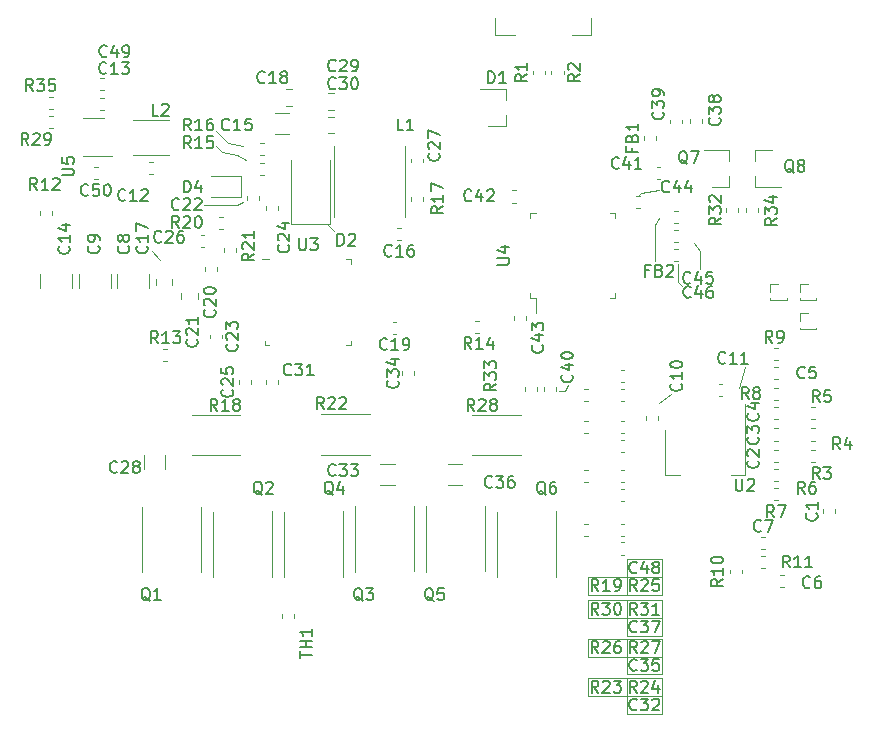
<source format=gbr>
G04 #@! TF.GenerationSoftware,KiCad,Pcbnew,(5.1.2)-2*
G04 #@! TF.CreationDate,2020-04-08T13:50:03-07:00*
G04 #@! TF.ProjectId,flatmcu,666c6174-6d63-4752-9e6b-696361645f70,rev?*
G04 #@! TF.SameCoordinates,PX1312d00PY1312d00*
G04 #@! TF.FileFunction,Legend,Top*
G04 #@! TF.FilePolarity,Positive*
%FSLAX46Y46*%
G04 Gerber Fmt 4.6, Leading zero omitted, Abs format (unit mm)*
G04 Created by KiCad (PCBNEW (5.1.2)-2) date 2020-04-08 13:50:03*
%MOMM*%
%LPD*%
G04 APERTURE LIST*
%ADD10C,0.120000*%
%ADD11C,0.100000*%
%ADD12C,0.150000*%
G04 APERTURE END LIST*
D10*
X64300000Y-28000000D02*
X64300000Y-29525000D01*
X62375000Y-30550000D02*
X62375000Y-29100000D01*
X62725000Y-30950000D02*
X62375000Y-30550000D01*
X64300000Y-28000000D02*
X63775000Y-27275000D01*
X60450000Y-25725000D02*
X60825000Y-25200000D01*
X60450000Y-28825000D02*
X60450000Y-25725000D01*
X17850000Y-28000000D02*
X18550000Y-28725000D01*
X59300000Y-23050000D02*
X59050000Y-23300000D01*
X60800000Y-22800000D02*
X59300000Y-23050000D01*
X61050000Y-54050000D02*
X61050000Y-55550000D01*
X58050000Y-54050000D02*
X61050000Y-54050000D01*
X61050000Y-57050000D02*
X54800000Y-57050000D01*
X54800000Y-57050000D02*
X54800000Y-55550000D01*
X58050000Y-57050000D02*
X58050000Y-54050000D01*
X54800000Y-55550000D02*
X61050000Y-55550000D01*
X61050000Y-55550000D02*
X61050000Y-57050000D01*
X58050000Y-67150000D02*
X58050000Y-64150000D01*
X61050000Y-65650000D02*
X54800000Y-65650000D01*
X61050000Y-65650000D02*
X61050000Y-67150000D01*
X61050000Y-67150000D02*
X58050000Y-67150000D01*
X54800000Y-64150000D02*
X61050000Y-64150000D01*
X61050000Y-64150000D02*
X61050000Y-65650000D01*
X54800000Y-65650000D02*
X54800000Y-64150000D01*
X61050000Y-62300000D02*
X54800000Y-62300000D01*
X54800000Y-62300000D02*
X54800000Y-60800000D01*
X61050000Y-63800000D02*
X58050000Y-63800000D01*
X58050000Y-63800000D02*
X58050000Y-60800000D01*
X54800000Y-60800000D02*
X61050000Y-60800000D01*
X61050000Y-62300000D02*
X61050000Y-63800000D01*
X61050000Y-60800000D02*
X61050000Y-62300000D01*
X58050000Y-60550000D02*
X58050000Y-57550000D01*
X61050000Y-60550000D02*
X58050000Y-60550000D01*
X61050000Y-59050000D02*
X61050000Y-60550000D01*
X61050000Y-57550000D02*
X61050000Y-59050000D01*
X54800000Y-57550000D02*
X61050000Y-57550000D01*
X54800000Y-59050000D02*
X54800000Y-57550000D01*
X61050000Y-59050000D02*
X54800000Y-59050000D01*
X52800000Y-39800000D02*
X52300000Y-39800000D01*
X53050000Y-39300000D02*
X52800000Y-39800000D01*
X68050000Y-37800000D02*
X67550000Y-39550000D01*
X61800000Y-40050000D02*
X60800000Y-40800000D01*
X25050000Y-24050000D02*
X25550000Y-23800000D01*
X22300000Y-24050000D02*
X25050000Y-24050000D01*
X24300000Y-18800000D02*
X25550000Y-19050000D01*
X23300000Y-17800000D02*
X24300000Y-18800000D01*
X23800000Y-19550000D02*
X23300000Y-19050000D01*
X25050000Y-19800000D02*
X23800000Y-19550000D01*
X25800000Y-20300000D02*
X25050000Y-19800000D01*
X33300000Y-26300000D02*
X32800000Y-25800000D01*
X11135000Y-31102064D02*
X11135000Y-29897936D01*
X8415000Y-31102064D02*
X8415000Y-29897936D01*
X14385000Y-31102064D02*
X14385000Y-29897936D01*
X11665000Y-31102064D02*
X11665000Y-29897936D01*
X17635000Y-31102064D02*
X17635000Y-29897936D01*
X14915000Y-31102064D02*
X14915000Y-29897936D01*
X70205000Y-30715000D02*
X70900000Y-30715000D01*
X70205000Y-31400000D02*
X70205000Y-30715000D01*
X71508276Y-32085000D02*
X71595000Y-32085000D01*
X70205000Y-32085000D02*
X70291724Y-32085000D01*
X71595000Y-32085000D02*
X71595000Y-31960000D01*
X70205000Y-32085000D02*
X70205000Y-31960000D01*
X70205000Y-32085000D02*
X71595000Y-32085000D01*
X72705000Y-30715000D02*
X73400000Y-30715000D01*
X72705000Y-31400000D02*
X72705000Y-30715000D01*
X74008276Y-32085000D02*
X74095000Y-32085000D01*
X72705000Y-32085000D02*
X72791724Y-32085000D01*
X74095000Y-32085000D02*
X74095000Y-31960000D01*
X72705000Y-32085000D02*
X72705000Y-31960000D01*
X72705000Y-32085000D02*
X74095000Y-32085000D01*
X72705000Y-33215000D02*
X73400000Y-33215000D01*
X72705000Y-33900000D02*
X72705000Y-33215000D01*
X74008276Y-34585000D02*
X74095000Y-34585000D01*
X72705000Y-34585000D02*
X72791724Y-34585000D01*
X74095000Y-34585000D02*
X74095000Y-34460000D01*
X72705000Y-34585000D02*
X72705000Y-34460000D01*
X72705000Y-34585000D02*
X74095000Y-34585000D01*
X27800000Y-28650000D02*
X27150000Y-28650000D01*
X27400000Y-35950000D02*
X27400000Y-35550000D01*
X27800000Y-35950000D02*
X27400000Y-35950000D01*
X34700000Y-35950000D02*
X34700000Y-35550000D01*
X34300000Y-35950000D02*
X34700000Y-35950000D01*
X34700000Y-28650000D02*
X34700000Y-29050000D01*
X34300000Y-28650000D02*
X34700000Y-28650000D01*
D11*
X46940000Y-9670000D02*
X46940000Y-8200000D01*
X46940000Y-9670000D02*
X48600000Y-9670000D01*
X55050000Y-9660000D02*
X53400000Y-9660000D01*
X55050000Y-9650000D02*
X55050000Y-8200000D01*
D10*
X12000000Y-19960000D02*
X14450000Y-19960000D01*
X13800000Y-16740000D02*
X12000000Y-16740000D01*
X9137221Y-15960000D02*
X9462779Y-15960000D01*
X9137221Y-14940000D02*
X9462779Y-14940000D01*
X9137221Y-17560000D02*
X9462779Y-17560000D01*
X9137221Y-16540000D02*
X9462779Y-16540000D01*
X19300000Y-16850000D02*
X16300000Y-16850000D01*
X16300000Y-19850000D02*
X19300000Y-19850000D01*
X12937221Y-21860000D02*
X13262779Y-21860000D01*
X12937221Y-20840000D02*
X13262779Y-20840000D01*
X13762779Y-13340000D02*
X13437221Y-13340000D01*
X13762779Y-14360000D02*
X13437221Y-14360000D01*
X13762779Y-15040000D02*
X13437221Y-15040000D01*
X13762779Y-16060000D02*
X13437221Y-16060000D01*
X17962779Y-20440000D02*
X17637221Y-20440000D01*
X17962779Y-21460000D02*
X17637221Y-21460000D01*
X57537221Y-40660000D02*
X57862779Y-40660000D01*
X57537221Y-39640000D02*
X57862779Y-39640000D01*
X54762779Y-39640000D02*
X54437221Y-39640000D01*
X54762779Y-40660000D02*
X54437221Y-40660000D01*
X57537221Y-39060000D02*
X57862779Y-39060000D01*
X57537221Y-38040000D02*
X57862779Y-38040000D01*
X75710000Y-50162779D02*
X75710000Y-49837221D01*
X74690000Y-50162779D02*
X74690000Y-49837221D01*
X70862779Y-44790000D02*
X70537221Y-44790000D01*
X70862779Y-45810000D02*
X70537221Y-45810000D01*
X70862779Y-42990000D02*
X70537221Y-42990000D01*
X70862779Y-44010000D02*
X70537221Y-44010000D01*
X70862779Y-41190000D02*
X70537221Y-41190000D01*
X70862779Y-42210000D02*
X70537221Y-42210000D01*
X70862779Y-38810000D02*
X70537221Y-38810000D01*
X70862779Y-37790000D02*
X70537221Y-37790000D01*
X71362779Y-56410000D02*
X71037221Y-56410000D01*
X71362779Y-55390000D02*
X71037221Y-55390000D01*
X69437221Y-52190000D02*
X69762779Y-52190000D01*
X69437221Y-53210000D02*
X69762779Y-53210000D01*
X59690000Y-41937221D02*
X59690000Y-42262779D01*
X60710000Y-41937221D02*
X60710000Y-42262779D01*
X65837221Y-39190000D02*
X66162779Y-39190000D01*
X65837221Y-40210000D02*
X66162779Y-40210000D01*
X29502064Y-16240000D02*
X28297936Y-16240000D01*
X29502064Y-18060000D02*
X28297936Y-18060000D01*
X38962779Y-27060000D02*
X38637221Y-27060000D01*
X38962779Y-26040000D02*
X38637221Y-26040000D01*
X18165000Y-30858578D02*
X18165000Y-30341422D01*
X19585000Y-30858578D02*
X19585000Y-30341422D01*
X29758578Y-15660000D02*
X29241422Y-15660000D01*
X29758578Y-14240000D02*
X29241422Y-14240000D01*
X38562779Y-34960000D02*
X38237221Y-34960000D01*
X38562779Y-33940000D02*
X38237221Y-33940000D01*
X23410000Y-29337221D02*
X23410000Y-29662779D01*
X22390000Y-29337221D02*
X22390000Y-29662779D01*
X21760000Y-32008578D02*
X21760000Y-31491422D01*
X20340000Y-32008578D02*
X20340000Y-31491422D01*
X25940000Y-23287221D02*
X25940000Y-23612779D01*
X26960000Y-23287221D02*
X26960000Y-23612779D01*
X22740000Y-35037221D02*
X22740000Y-35362779D01*
X23760000Y-35037221D02*
X23760000Y-35362779D01*
X27540000Y-24187221D02*
X27540000Y-24512779D01*
X28560000Y-24187221D02*
X28560000Y-24512779D01*
X26260000Y-39212779D02*
X26260000Y-38887221D01*
X25240000Y-39212779D02*
X25240000Y-38887221D01*
X22312779Y-26640000D02*
X21987221Y-26640000D01*
X22312779Y-27660000D02*
X21987221Y-27660000D01*
X40810000Y-20137221D02*
X40810000Y-20462779D01*
X39790000Y-20137221D02*
X39790000Y-20462779D01*
X19010000Y-45197936D02*
X19010000Y-46402064D01*
X17190000Y-45197936D02*
X17190000Y-46402064D01*
X32791422Y-16010000D02*
X33308578Y-16010000D01*
X32791422Y-14590000D02*
X33308578Y-14590000D01*
X32791422Y-16590000D02*
X33308578Y-16590000D01*
X32791422Y-18010000D02*
X33308578Y-18010000D01*
X27540000Y-39212779D02*
X27540000Y-38887221D01*
X28560000Y-39212779D02*
X28560000Y-38887221D01*
X57862779Y-53660000D02*
X57537221Y-53660000D01*
X57862779Y-52640000D02*
X57537221Y-52640000D01*
X38402064Y-45990000D02*
X37197936Y-45990000D01*
X38402064Y-47810000D02*
X37197936Y-47810000D01*
X39040000Y-38137221D02*
X39040000Y-38462779D01*
X40060000Y-38137221D02*
X40060000Y-38462779D01*
X57862779Y-48140000D02*
X57537221Y-48140000D01*
X57862779Y-49160000D02*
X57537221Y-49160000D01*
X44152064Y-47810000D02*
X42947936Y-47810000D01*
X44152064Y-45990000D02*
X42947936Y-45990000D01*
X57862779Y-45010000D02*
X57537221Y-45010000D01*
X57862779Y-43990000D02*
X57537221Y-43990000D01*
X63390000Y-17150279D02*
X63390000Y-16824721D01*
X64410000Y-17150279D02*
X64410000Y-16824721D01*
X62710000Y-17162779D02*
X62710000Y-16837221D01*
X61690000Y-17162779D02*
X61690000Y-16837221D01*
X51040000Y-39487221D02*
X51040000Y-39812779D01*
X52060000Y-39487221D02*
X52060000Y-39812779D01*
X60587221Y-21860000D02*
X60912779Y-21860000D01*
X60587221Y-20840000D02*
X60912779Y-20840000D01*
X48662779Y-23860000D02*
X48337221Y-23860000D01*
X48662779Y-22840000D02*
X48337221Y-22840000D01*
X48490000Y-33437221D02*
X48490000Y-33762779D01*
X49510000Y-33437221D02*
X49510000Y-33762779D01*
X58837221Y-23340000D02*
X59162779Y-23340000D01*
X58837221Y-24360000D02*
X59162779Y-24360000D01*
X62037221Y-26190000D02*
X62362779Y-26190000D01*
X62037221Y-27210000D02*
X62362779Y-27210000D01*
X62037221Y-27790000D02*
X62362779Y-27790000D01*
X62037221Y-28810000D02*
X62362779Y-28810000D01*
X47810000Y-17380000D02*
X46350000Y-17380000D01*
X47810000Y-14220000D02*
X45650000Y-14220000D01*
X47810000Y-14220000D02*
X47810000Y-15150000D01*
X47810000Y-17380000D02*
X47810000Y-16450000D01*
X29650000Y-25700000D02*
X32950000Y-25700000D01*
X32950000Y-25700000D02*
X32950000Y-20300000D01*
X29650000Y-25700000D02*
X29650000Y-20300000D01*
X25400000Y-23350000D02*
X25400000Y-21650000D01*
X25400000Y-21650000D02*
X22850000Y-21650000D01*
X25400000Y-23350000D02*
X22850000Y-23350000D01*
X60510000Y-18562779D02*
X60510000Y-18237221D01*
X59490000Y-18562779D02*
X59490000Y-18237221D01*
X62037221Y-24590000D02*
X62362779Y-24590000D01*
X62037221Y-25610000D02*
X62362779Y-25610000D01*
X39300000Y-25050000D02*
X39300000Y-19050000D01*
X33300000Y-19050000D02*
X33300000Y-25050000D01*
X17050000Y-49600000D02*
X17050000Y-55150000D01*
X22050000Y-55100000D02*
X22050000Y-49600000D01*
X23050000Y-50050000D02*
X23050000Y-55550000D01*
X28050000Y-55550000D02*
X28050000Y-50000000D01*
X35050000Y-49550000D02*
X35050000Y-55100000D01*
X40050000Y-55050000D02*
X40050000Y-49550000D01*
X29050000Y-50050000D02*
X29050000Y-55550000D01*
X34050000Y-55550000D02*
X34050000Y-50000000D01*
X41050000Y-49550000D02*
X41050000Y-55100000D01*
X46050000Y-55050000D02*
X46050000Y-49550000D01*
X47050000Y-50050000D02*
X47050000Y-55550000D01*
X52050000Y-55550000D02*
X52050000Y-50000000D01*
X66760000Y-22580000D02*
X66760000Y-21650000D01*
X66760000Y-19420000D02*
X66760000Y-20350000D01*
X66760000Y-19420000D02*
X64600000Y-19420000D01*
X66760000Y-22580000D02*
X65300000Y-22580000D01*
X68940000Y-19420000D02*
X68940000Y-20350000D01*
X68940000Y-22580000D02*
X68940000Y-21650000D01*
X68940000Y-22580000D02*
X71100000Y-22580000D01*
X68940000Y-19420000D02*
X70400000Y-19420000D01*
X51110000Y-13012779D02*
X51110000Y-12687221D01*
X50090000Y-13012779D02*
X50090000Y-12687221D01*
X52710000Y-12687221D02*
X52710000Y-13012779D01*
X51690000Y-12687221D02*
X51690000Y-13012779D01*
X73637221Y-45810000D02*
X73962779Y-45810000D01*
X73637221Y-44790000D02*
X73962779Y-44790000D01*
X73637221Y-42990000D02*
X73962779Y-42990000D01*
X73637221Y-44010000D02*
X73962779Y-44010000D01*
X73637221Y-42210000D02*
X73962779Y-42210000D01*
X73637221Y-41190000D02*
X73962779Y-41190000D01*
X70537221Y-47410000D02*
X70862779Y-47410000D01*
X70537221Y-46390000D02*
X70862779Y-46390000D01*
X70537221Y-47990000D02*
X70862779Y-47990000D01*
X70537221Y-49010000D02*
X70862779Y-49010000D01*
X70537221Y-40610000D02*
X70862779Y-40610000D01*
X70537221Y-39590000D02*
X70862779Y-39590000D01*
X70537221Y-36190000D02*
X70862779Y-36190000D01*
X70537221Y-37210000D02*
X70862779Y-37210000D01*
X66790000Y-54937221D02*
X66790000Y-55262779D01*
X67810000Y-54937221D02*
X67810000Y-55262779D01*
X69437221Y-53790000D02*
X69762779Y-53790000D01*
X69437221Y-54810000D02*
X69762779Y-54810000D01*
X8365000Y-24587221D02*
X8365000Y-24912779D01*
X9385000Y-24587221D02*
X9385000Y-24912779D01*
X18837221Y-36240000D02*
X19162779Y-36240000D01*
X18837221Y-37260000D02*
X19162779Y-37260000D01*
X45237221Y-34910000D02*
X45562779Y-34910000D01*
X45237221Y-33890000D02*
X45562779Y-33890000D01*
X26987221Y-21560000D02*
X27312779Y-21560000D01*
X26987221Y-20540000D02*
X27312779Y-20540000D01*
X27312779Y-19860000D02*
X26987221Y-19860000D01*
X27312779Y-18840000D02*
X26987221Y-18840000D01*
X39790000Y-23712779D02*
X39790000Y-23387221D01*
X40810000Y-23712779D02*
X40810000Y-23387221D01*
X25352064Y-41840000D02*
X21247936Y-41840000D01*
X25352064Y-45260000D02*
X21247936Y-45260000D01*
X23537221Y-26110000D02*
X23862779Y-26110000D01*
X23537221Y-25090000D02*
X23862779Y-25090000D01*
X24960000Y-27737221D02*
X24960000Y-28062779D01*
X23940000Y-27737221D02*
X23940000Y-28062779D01*
X32197936Y-41790000D02*
X36302064Y-41790000D01*
X32197936Y-45210000D02*
X36302064Y-45210000D01*
X54437221Y-51040000D02*
X54762779Y-51040000D01*
X54437221Y-52060000D02*
X54762779Y-52060000D01*
X57537221Y-52060000D02*
X57862779Y-52060000D01*
X57537221Y-51040000D02*
X57862779Y-51040000D01*
X54437221Y-46540000D02*
X54762779Y-46540000D01*
X54437221Y-47560000D02*
X54762779Y-47560000D01*
X57537221Y-46540000D02*
X57862779Y-46540000D01*
X57537221Y-47560000D02*
X57862779Y-47560000D01*
X49102064Y-45260000D02*
X44997936Y-45260000D01*
X49102064Y-41840000D02*
X44997936Y-41840000D01*
X54437221Y-42390000D02*
X54762779Y-42390000D01*
X54437221Y-43410000D02*
X54762779Y-43410000D01*
X57537221Y-43410000D02*
X57862779Y-43410000D01*
X57537221Y-42390000D02*
X57862779Y-42390000D01*
X67510000Y-24662779D02*
X67510000Y-24337221D01*
X66490000Y-24662779D02*
X66490000Y-24337221D01*
X49440000Y-39812779D02*
X49440000Y-39487221D01*
X50460000Y-39812779D02*
X50460000Y-39487221D01*
X68190000Y-24662779D02*
X68190000Y-24337221D01*
X69210000Y-24662779D02*
X69210000Y-24337221D01*
X28840000Y-58687221D02*
X28840000Y-59012779D01*
X29860000Y-58687221D02*
X29860000Y-59012779D01*
X68110000Y-40900000D02*
X68110000Y-46910000D01*
X61290000Y-43150000D02*
X61290000Y-46910000D01*
X68110000Y-46910000D02*
X66850000Y-46910000D01*
X61290000Y-46910000D02*
X62550000Y-46910000D01*
X57110000Y-25190000D02*
X57110000Y-24740000D01*
X57110000Y-24740000D02*
X56660000Y-24740000D01*
X57110000Y-31510000D02*
X57110000Y-31960000D01*
X57110000Y-31960000D02*
X56660000Y-31960000D01*
X49890000Y-25190000D02*
X49890000Y-24740000D01*
X49890000Y-24740000D02*
X50340000Y-24740000D01*
X49890000Y-31510000D02*
X49890000Y-31960000D01*
X49890000Y-31960000D02*
X50340000Y-31960000D01*
X50340000Y-31960000D02*
X50340000Y-33250000D01*
D12*
X10832142Y-27567857D02*
X10879761Y-27615476D01*
X10927380Y-27758333D01*
X10927380Y-27853571D01*
X10879761Y-27996428D01*
X10784523Y-28091666D01*
X10689285Y-28139285D01*
X10498809Y-28186904D01*
X10355952Y-28186904D01*
X10165476Y-28139285D01*
X10070238Y-28091666D01*
X9975000Y-27996428D01*
X9927380Y-27853571D01*
X9927380Y-27758333D01*
X9975000Y-27615476D01*
X10022619Y-27567857D01*
X10927380Y-26615476D02*
X10927380Y-27186904D01*
X10927380Y-26901190D02*
X9927380Y-26901190D01*
X10070238Y-26996428D01*
X10165476Y-27091666D01*
X10213095Y-27186904D01*
X10260714Y-25758333D02*
X10927380Y-25758333D01*
X9879761Y-25996428D02*
X10594047Y-26234523D01*
X10594047Y-25615476D01*
X13332142Y-27541666D02*
X13379761Y-27589285D01*
X13427380Y-27732142D01*
X13427380Y-27827380D01*
X13379761Y-27970238D01*
X13284523Y-28065476D01*
X13189285Y-28113095D01*
X12998809Y-28160714D01*
X12855952Y-28160714D01*
X12665476Y-28113095D01*
X12570238Y-28065476D01*
X12475000Y-27970238D01*
X12427380Y-27827380D01*
X12427380Y-27732142D01*
X12475000Y-27589285D01*
X12522619Y-27541666D01*
X13427380Y-27065476D02*
X13427380Y-26875000D01*
X13379761Y-26779761D01*
X13332142Y-26732142D01*
X13189285Y-26636904D01*
X12998809Y-26589285D01*
X12617857Y-26589285D01*
X12522619Y-26636904D01*
X12475000Y-26684523D01*
X12427380Y-26779761D01*
X12427380Y-26970238D01*
X12475000Y-27065476D01*
X12522619Y-27113095D01*
X12617857Y-27160714D01*
X12855952Y-27160714D01*
X12951190Y-27113095D01*
X12998809Y-27065476D01*
X13046428Y-26970238D01*
X13046428Y-26779761D01*
X12998809Y-26684523D01*
X12951190Y-26636904D01*
X12855952Y-26589285D01*
X15857142Y-27541666D02*
X15904761Y-27589285D01*
X15952380Y-27732142D01*
X15952380Y-27827380D01*
X15904761Y-27970238D01*
X15809523Y-28065476D01*
X15714285Y-28113095D01*
X15523809Y-28160714D01*
X15380952Y-28160714D01*
X15190476Y-28113095D01*
X15095238Y-28065476D01*
X15000000Y-27970238D01*
X14952380Y-27827380D01*
X14952380Y-27732142D01*
X15000000Y-27589285D01*
X15047619Y-27541666D01*
X15380952Y-26970238D02*
X15333333Y-27065476D01*
X15285714Y-27113095D01*
X15190476Y-27160714D01*
X15142857Y-27160714D01*
X15047619Y-27113095D01*
X15000000Y-27065476D01*
X14952380Y-26970238D01*
X14952380Y-26779761D01*
X15000000Y-26684523D01*
X15047619Y-26636904D01*
X15142857Y-26589285D01*
X15190476Y-26589285D01*
X15285714Y-26636904D01*
X15333333Y-26684523D01*
X15380952Y-26779761D01*
X15380952Y-26970238D01*
X15428571Y-27065476D01*
X15476190Y-27113095D01*
X15571428Y-27160714D01*
X15761904Y-27160714D01*
X15857142Y-27113095D01*
X15904761Y-27065476D01*
X15952380Y-26970238D01*
X15952380Y-26779761D01*
X15904761Y-26684523D01*
X15857142Y-26636904D01*
X15761904Y-26589285D01*
X15571428Y-26589285D01*
X15476190Y-26636904D01*
X15428571Y-26684523D01*
X15380952Y-26779761D01*
X30313095Y-26902380D02*
X30313095Y-27711904D01*
X30360714Y-27807142D01*
X30408333Y-27854761D01*
X30503571Y-27902380D01*
X30694047Y-27902380D01*
X30789285Y-27854761D01*
X30836904Y-27807142D01*
X30884523Y-27711904D01*
X30884523Y-26902380D01*
X31265476Y-26902380D02*
X31884523Y-26902380D01*
X31551190Y-27283333D01*
X31694047Y-27283333D01*
X31789285Y-27330952D01*
X31836904Y-27378571D01*
X31884523Y-27473809D01*
X31884523Y-27711904D01*
X31836904Y-27807142D01*
X31789285Y-27854761D01*
X31694047Y-27902380D01*
X31408333Y-27902380D01*
X31313095Y-27854761D01*
X31265476Y-27807142D01*
X10252380Y-21561904D02*
X11061904Y-21561904D01*
X11157142Y-21514285D01*
X11204761Y-21466666D01*
X11252380Y-21371428D01*
X11252380Y-21180952D01*
X11204761Y-21085714D01*
X11157142Y-21038095D01*
X11061904Y-20990476D01*
X10252380Y-20990476D01*
X10252380Y-20038095D02*
X10252380Y-20514285D01*
X10728571Y-20561904D01*
X10680952Y-20514285D01*
X10633333Y-20419047D01*
X10633333Y-20180952D01*
X10680952Y-20085714D01*
X10728571Y-20038095D01*
X10823809Y-19990476D01*
X11061904Y-19990476D01*
X11157142Y-20038095D01*
X11204761Y-20085714D01*
X11252380Y-20180952D01*
X11252380Y-20419047D01*
X11204761Y-20514285D01*
X11157142Y-20561904D01*
X7782142Y-14402380D02*
X7448809Y-13926190D01*
X7210714Y-14402380D02*
X7210714Y-13402380D01*
X7591666Y-13402380D01*
X7686904Y-13450000D01*
X7734523Y-13497619D01*
X7782142Y-13592857D01*
X7782142Y-13735714D01*
X7734523Y-13830952D01*
X7686904Y-13878571D01*
X7591666Y-13926190D01*
X7210714Y-13926190D01*
X8115476Y-13402380D02*
X8734523Y-13402380D01*
X8401190Y-13783333D01*
X8544047Y-13783333D01*
X8639285Y-13830952D01*
X8686904Y-13878571D01*
X8734523Y-13973809D01*
X8734523Y-14211904D01*
X8686904Y-14307142D01*
X8639285Y-14354761D01*
X8544047Y-14402380D01*
X8258333Y-14402380D01*
X8163095Y-14354761D01*
X8115476Y-14307142D01*
X9639285Y-13402380D02*
X9163095Y-13402380D01*
X9115476Y-13878571D01*
X9163095Y-13830952D01*
X9258333Y-13783333D01*
X9496428Y-13783333D01*
X9591666Y-13830952D01*
X9639285Y-13878571D01*
X9686904Y-13973809D01*
X9686904Y-14211904D01*
X9639285Y-14307142D01*
X9591666Y-14354761D01*
X9496428Y-14402380D01*
X9258333Y-14402380D01*
X9163095Y-14354761D01*
X9115476Y-14307142D01*
X7407142Y-18977380D02*
X7073809Y-18501190D01*
X6835714Y-18977380D02*
X6835714Y-17977380D01*
X7216666Y-17977380D01*
X7311904Y-18025000D01*
X7359523Y-18072619D01*
X7407142Y-18167857D01*
X7407142Y-18310714D01*
X7359523Y-18405952D01*
X7311904Y-18453571D01*
X7216666Y-18501190D01*
X6835714Y-18501190D01*
X7788095Y-18072619D02*
X7835714Y-18025000D01*
X7930952Y-17977380D01*
X8169047Y-17977380D01*
X8264285Y-18025000D01*
X8311904Y-18072619D01*
X8359523Y-18167857D01*
X8359523Y-18263095D01*
X8311904Y-18405952D01*
X7740476Y-18977380D01*
X8359523Y-18977380D01*
X8835714Y-18977380D02*
X9026190Y-18977380D01*
X9121428Y-18929761D01*
X9169047Y-18882142D01*
X9264285Y-18739285D01*
X9311904Y-18548809D01*
X9311904Y-18167857D01*
X9264285Y-18072619D01*
X9216666Y-18025000D01*
X9121428Y-17977380D01*
X8930952Y-17977380D01*
X8835714Y-18025000D01*
X8788095Y-18072619D01*
X8740476Y-18167857D01*
X8740476Y-18405952D01*
X8788095Y-18501190D01*
X8835714Y-18548809D01*
X8930952Y-18596428D01*
X9121428Y-18596428D01*
X9216666Y-18548809D01*
X9264285Y-18501190D01*
X9311904Y-18405952D01*
X18408333Y-16502380D02*
X17932142Y-16502380D01*
X17932142Y-15502380D01*
X18694047Y-15597619D02*
X18741666Y-15550000D01*
X18836904Y-15502380D01*
X19075000Y-15502380D01*
X19170238Y-15550000D01*
X19217857Y-15597619D01*
X19265476Y-15692857D01*
X19265476Y-15788095D01*
X19217857Y-15930952D01*
X18646428Y-16502380D01*
X19265476Y-16502380D01*
X12457142Y-23207142D02*
X12409523Y-23254761D01*
X12266666Y-23302380D01*
X12171428Y-23302380D01*
X12028571Y-23254761D01*
X11933333Y-23159523D01*
X11885714Y-23064285D01*
X11838095Y-22873809D01*
X11838095Y-22730952D01*
X11885714Y-22540476D01*
X11933333Y-22445238D01*
X12028571Y-22350000D01*
X12171428Y-22302380D01*
X12266666Y-22302380D01*
X12409523Y-22350000D01*
X12457142Y-22397619D01*
X13361904Y-22302380D02*
X12885714Y-22302380D01*
X12838095Y-22778571D01*
X12885714Y-22730952D01*
X12980952Y-22683333D01*
X13219047Y-22683333D01*
X13314285Y-22730952D01*
X13361904Y-22778571D01*
X13409523Y-22873809D01*
X13409523Y-23111904D01*
X13361904Y-23207142D01*
X13314285Y-23254761D01*
X13219047Y-23302380D01*
X12980952Y-23302380D01*
X12885714Y-23254761D01*
X12838095Y-23207142D01*
X14028571Y-22302380D02*
X14123809Y-22302380D01*
X14219047Y-22350000D01*
X14266666Y-22397619D01*
X14314285Y-22492857D01*
X14361904Y-22683333D01*
X14361904Y-22921428D01*
X14314285Y-23111904D01*
X14266666Y-23207142D01*
X14219047Y-23254761D01*
X14123809Y-23302380D01*
X14028571Y-23302380D01*
X13933333Y-23254761D01*
X13885714Y-23207142D01*
X13838095Y-23111904D01*
X13790476Y-22921428D01*
X13790476Y-22683333D01*
X13838095Y-22492857D01*
X13885714Y-22397619D01*
X13933333Y-22350000D01*
X14028571Y-22302380D01*
X14032142Y-11457142D02*
X13984523Y-11504761D01*
X13841666Y-11552380D01*
X13746428Y-11552380D01*
X13603571Y-11504761D01*
X13508333Y-11409523D01*
X13460714Y-11314285D01*
X13413095Y-11123809D01*
X13413095Y-10980952D01*
X13460714Y-10790476D01*
X13508333Y-10695238D01*
X13603571Y-10600000D01*
X13746428Y-10552380D01*
X13841666Y-10552380D01*
X13984523Y-10600000D01*
X14032142Y-10647619D01*
X14889285Y-10885714D02*
X14889285Y-11552380D01*
X14651190Y-10504761D02*
X14413095Y-11219047D01*
X15032142Y-11219047D01*
X15460714Y-11552380D02*
X15651190Y-11552380D01*
X15746428Y-11504761D01*
X15794047Y-11457142D01*
X15889285Y-11314285D01*
X15936904Y-11123809D01*
X15936904Y-10742857D01*
X15889285Y-10647619D01*
X15841666Y-10600000D01*
X15746428Y-10552380D01*
X15555952Y-10552380D01*
X15460714Y-10600000D01*
X15413095Y-10647619D01*
X15365476Y-10742857D01*
X15365476Y-10980952D01*
X15413095Y-11076190D01*
X15460714Y-11123809D01*
X15555952Y-11171428D01*
X15746428Y-11171428D01*
X15841666Y-11123809D01*
X15889285Y-11076190D01*
X15936904Y-10980952D01*
X14007142Y-12882142D02*
X13959523Y-12929761D01*
X13816666Y-12977380D01*
X13721428Y-12977380D01*
X13578571Y-12929761D01*
X13483333Y-12834523D01*
X13435714Y-12739285D01*
X13388095Y-12548809D01*
X13388095Y-12405952D01*
X13435714Y-12215476D01*
X13483333Y-12120238D01*
X13578571Y-12025000D01*
X13721428Y-11977380D01*
X13816666Y-11977380D01*
X13959523Y-12025000D01*
X14007142Y-12072619D01*
X14959523Y-12977380D02*
X14388095Y-12977380D01*
X14673809Y-12977380D02*
X14673809Y-11977380D01*
X14578571Y-12120238D01*
X14483333Y-12215476D01*
X14388095Y-12263095D01*
X15292857Y-11977380D02*
X15911904Y-11977380D01*
X15578571Y-12358333D01*
X15721428Y-12358333D01*
X15816666Y-12405952D01*
X15864285Y-12453571D01*
X15911904Y-12548809D01*
X15911904Y-12786904D01*
X15864285Y-12882142D01*
X15816666Y-12929761D01*
X15721428Y-12977380D01*
X15435714Y-12977380D01*
X15340476Y-12929761D01*
X15292857Y-12882142D01*
X15607142Y-23632142D02*
X15559523Y-23679761D01*
X15416666Y-23727380D01*
X15321428Y-23727380D01*
X15178571Y-23679761D01*
X15083333Y-23584523D01*
X15035714Y-23489285D01*
X14988095Y-23298809D01*
X14988095Y-23155952D01*
X15035714Y-22965476D01*
X15083333Y-22870238D01*
X15178571Y-22775000D01*
X15321428Y-22727380D01*
X15416666Y-22727380D01*
X15559523Y-22775000D01*
X15607142Y-22822619D01*
X16559523Y-23727380D02*
X15988095Y-23727380D01*
X16273809Y-23727380D02*
X16273809Y-22727380D01*
X16178571Y-22870238D01*
X16083333Y-22965476D01*
X15988095Y-23013095D01*
X16940476Y-22822619D02*
X16988095Y-22775000D01*
X17083333Y-22727380D01*
X17321428Y-22727380D01*
X17416666Y-22775000D01*
X17464285Y-22822619D01*
X17511904Y-22917857D01*
X17511904Y-23013095D01*
X17464285Y-23155952D01*
X16892857Y-23727380D01*
X17511904Y-23727380D01*
X58907142Y-56752380D02*
X58573809Y-56276190D01*
X58335714Y-56752380D02*
X58335714Y-55752380D01*
X58716666Y-55752380D01*
X58811904Y-55800000D01*
X58859523Y-55847619D01*
X58907142Y-55942857D01*
X58907142Y-56085714D01*
X58859523Y-56180952D01*
X58811904Y-56228571D01*
X58716666Y-56276190D01*
X58335714Y-56276190D01*
X59288095Y-55847619D02*
X59335714Y-55800000D01*
X59430952Y-55752380D01*
X59669047Y-55752380D01*
X59764285Y-55800000D01*
X59811904Y-55847619D01*
X59859523Y-55942857D01*
X59859523Y-56038095D01*
X59811904Y-56180952D01*
X59240476Y-56752380D01*
X59859523Y-56752380D01*
X60764285Y-55752380D02*
X60288095Y-55752380D01*
X60240476Y-56228571D01*
X60288095Y-56180952D01*
X60383333Y-56133333D01*
X60621428Y-56133333D01*
X60716666Y-56180952D01*
X60764285Y-56228571D01*
X60811904Y-56323809D01*
X60811904Y-56561904D01*
X60764285Y-56657142D01*
X60716666Y-56704761D01*
X60621428Y-56752380D01*
X60383333Y-56752380D01*
X60288095Y-56704761D01*
X60240476Y-56657142D01*
X55657142Y-56752380D02*
X55323809Y-56276190D01*
X55085714Y-56752380D02*
X55085714Y-55752380D01*
X55466666Y-55752380D01*
X55561904Y-55800000D01*
X55609523Y-55847619D01*
X55657142Y-55942857D01*
X55657142Y-56085714D01*
X55609523Y-56180952D01*
X55561904Y-56228571D01*
X55466666Y-56276190D01*
X55085714Y-56276190D01*
X56609523Y-56752380D02*
X56038095Y-56752380D01*
X56323809Y-56752380D02*
X56323809Y-55752380D01*
X56228571Y-55895238D01*
X56133333Y-55990476D01*
X56038095Y-56038095D01*
X57085714Y-56752380D02*
X57276190Y-56752380D01*
X57371428Y-56704761D01*
X57419047Y-56657142D01*
X57514285Y-56514285D01*
X57561904Y-56323809D01*
X57561904Y-55942857D01*
X57514285Y-55847619D01*
X57466666Y-55800000D01*
X57371428Y-55752380D01*
X57180952Y-55752380D01*
X57085714Y-55800000D01*
X57038095Y-55847619D01*
X56990476Y-55942857D01*
X56990476Y-56180952D01*
X57038095Y-56276190D01*
X57085714Y-56323809D01*
X57180952Y-56371428D01*
X57371428Y-56371428D01*
X57466666Y-56323809D01*
X57514285Y-56276190D01*
X57561904Y-56180952D01*
X58907142Y-55157142D02*
X58859523Y-55204761D01*
X58716666Y-55252380D01*
X58621428Y-55252380D01*
X58478571Y-55204761D01*
X58383333Y-55109523D01*
X58335714Y-55014285D01*
X58288095Y-54823809D01*
X58288095Y-54680952D01*
X58335714Y-54490476D01*
X58383333Y-54395238D01*
X58478571Y-54300000D01*
X58621428Y-54252380D01*
X58716666Y-54252380D01*
X58859523Y-54300000D01*
X58907142Y-54347619D01*
X59764285Y-54585714D02*
X59764285Y-55252380D01*
X59526190Y-54204761D02*
X59288095Y-54919047D01*
X59907142Y-54919047D01*
X60430952Y-54680952D02*
X60335714Y-54633333D01*
X60288095Y-54585714D01*
X60240476Y-54490476D01*
X60240476Y-54442857D01*
X60288095Y-54347619D01*
X60335714Y-54300000D01*
X60430952Y-54252380D01*
X60621428Y-54252380D01*
X60716666Y-54300000D01*
X60764285Y-54347619D01*
X60811904Y-54442857D01*
X60811904Y-54490476D01*
X60764285Y-54585714D01*
X60716666Y-54633333D01*
X60621428Y-54680952D01*
X60430952Y-54680952D01*
X60335714Y-54728571D01*
X60288095Y-54776190D01*
X60240476Y-54871428D01*
X60240476Y-55061904D01*
X60288095Y-55157142D01*
X60335714Y-55204761D01*
X60430952Y-55252380D01*
X60621428Y-55252380D01*
X60716666Y-55204761D01*
X60764285Y-55157142D01*
X60811904Y-55061904D01*
X60811904Y-54871428D01*
X60764285Y-54776190D01*
X60716666Y-54728571D01*
X60621428Y-54680952D01*
X74127142Y-50166666D02*
X74174761Y-50214285D01*
X74222380Y-50357142D01*
X74222380Y-50452380D01*
X74174761Y-50595238D01*
X74079523Y-50690476D01*
X73984285Y-50738095D01*
X73793809Y-50785714D01*
X73650952Y-50785714D01*
X73460476Y-50738095D01*
X73365238Y-50690476D01*
X73270000Y-50595238D01*
X73222380Y-50452380D01*
X73222380Y-50357142D01*
X73270000Y-50214285D01*
X73317619Y-50166666D01*
X74222380Y-49214285D02*
X74222380Y-49785714D01*
X74222380Y-49500000D02*
X73222380Y-49500000D01*
X73365238Y-49595238D01*
X73460476Y-49690476D01*
X73508095Y-49785714D01*
X69157142Y-45716666D02*
X69204761Y-45764285D01*
X69252380Y-45907142D01*
X69252380Y-46002380D01*
X69204761Y-46145238D01*
X69109523Y-46240476D01*
X69014285Y-46288095D01*
X68823809Y-46335714D01*
X68680952Y-46335714D01*
X68490476Y-46288095D01*
X68395238Y-46240476D01*
X68300000Y-46145238D01*
X68252380Y-46002380D01*
X68252380Y-45907142D01*
X68300000Y-45764285D01*
X68347619Y-45716666D01*
X68347619Y-45335714D02*
X68300000Y-45288095D01*
X68252380Y-45192857D01*
X68252380Y-44954761D01*
X68300000Y-44859523D01*
X68347619Y-44811904D01*
X68442857Y-44764285D01*
X68538095Y-44764285D01*
X68680952Y-44811904D01*
X69252380Y-45383333D01*
X69252380Y-44764285D01*
X69157142Y-43716666D02*
X69204761Y-43764285D01*
X69252380Y-43907142D01*
X69252380Y-44002380D01*
X69204761Y-44145238D01*
X69109523Y-44240476D01*
X69014285Y-44288095D01*
X68823809Y-44335714D01*
X68680952Y-44335714D01*
X68490476Y-44288095D01*
X68395238Y-44240476D01*
X68300000Y-44145238D01*
X68252380Y-44002380D01*
X68252380Y-43907142D01*
X68300000Y-43764285D01*
X68347619Y-43716666D01*
X68252380Y-43383333D02*
X68252380Y-42764285D01*
X68633333Y-43097619D01*
X68633333Y-42954761D01*
X68680952Y-42859523D01*
X68728571Y-42811904D01*
X68823809Y-42764285D01*
X69061904Y-42764285D01*
X69157142Y-42811904D01*
X69204761Y-42859523D01*
X69252380Y-42954761D01*
X69252380Y-43240476D01*
X69204761Y-43335714D01*
X69157142Y-43383333D01*
X69157142Y-41716666D02*
X69204761Y-41764285D01*
X69252380Y-41907142D01*
X69252380Y-42002380D01*
X69204761Y-42145238D01*
X69109523Y-42240476D01*
X69014285Y-42288095D01*
X68823809Y-42335714D01*
X68680952Y-42335714D01*
X68490476Y-42288095D01*
X68395238Y-42240476D01*
X68300000Y-42145238D01*
X68252380Y-42002380D01*
X68252380Y-41907142D01*
X68300000Y-41764285D01*
X68347619Y-41716666D01*
X68585714Y-40859523D02*
X69252380Y-40859523D01*
X68204761Y-41097619D02*
X68919047Y-41335714D01*
X68919047Y-40716666D01*
X73133333Y-38657142D02*
X73085714Y-38704761D01*
X72942857Y-38752380D01*
X72847619Y-38752380D01*
X72704761Y-38704761D01*
X72609523Y-38609523D01*
X72561904Y-38514285D01*
X72514285Y-38323809D01*
X72514285Y-38180952D01*
X72561904Y-37990476D01*
X72609523Y-37895238D01*
X72704761Y-37800000D01*
X72847619Y-37752380D01*
X72942857Y-37752380D01*
X73085714Y-37800000D01*
X73133333Y-37847619D01*
X74038095Y-37752380D02*
X73561904Y-37752380D01*
X73514285Y-38228571D01*
X73561904Y-38180952D01*
X73657142Y-38133333D01*
X73895238Y-38133333D01*
X73990476Y-38180952D01*
X74038095Y-38228571D01*
X74085714Y-38323809D01*
X74085714Y-38561904D01*
X74038095Y-38657142D01*
X73990476Y-38704761D01*
X73895238Y-38752380D01*
X73657142Y-38752380D01*
X73561904Y-38704761D01*
X73514285Y-38657142D01*
X73583333Y-56407142D02*
X73535714Y-56454761D01*
X73392857Y-56502380D01*
X73297619Y-56502380D01*
X73154761Y-56454761D01*
X73059523Y-56359523D01*
X73011904Y-56264285D01*
X72964285Y-56073809D01*
X72964285Y-55930952D01*
X73011904Y-55740476D01*
X73059523Y-55645238D01*
X73154761Y-55550000D01*
X73297619Y-55502380D01*
X73392857Y-55502380D01*
X73535714Y-55550000D01*
X73583333Y-55597619D01*
X74440476Y-55502380D02*
X74250000Y-55502380D01*
X74154761Y-55550000D01*
X74107142Y-55597619D01*
X74011904Y-55740476D01*
X73964285Y-55930952D01*
X73964285Y-56311904D01*
X74011904Y-56407142D01*
X74059523Y-56454761D01*
X74154761Y-56502380D01*
X74345238Y-56502380D01*
X74440476Y-56454761D01*
X74488095Y-56407142D01*
X74535714Y-56311904D01*
X74535714Y-56073809D01*
X74488095Y-55978571D01*
X74440476Y-55930952D01*
X74345238Y-55883333D01*
X74154761Y-55883333D01*
X74059523Y-55930952D01*
X74011904Y-55978571D01*
X73964285Y-56073809D01*
X69433333Y-51627142D02*
X69385714Y-51674761D01*
X69242857Y-51722380D01*
X69147619Y-51722380D01*
X69004761Y-51674761D01*
X68909523Y-51579523D01*
X68861904Y-51484285D01*
X68814285Y-51293809D01*
X68814285Y-51150952D01*
X68861904Y-50960476D01*
X68909523Y-50865238D01*
X69004761Y-50770000D01*
X69147619Y-50722380D01*
X69242857Y-50722380D01*
X69385714Y-50770000D01*
X69433333Y-50817619D01*
X69766666Y-50722380D02*
X70433333Y-50722380D01*
X70004761Y-51722380D01*
X62657142Y-39192857D02*
X62704761Y-39240476D01*
X62752380Y-39383333D01*
X62752380Y-39478571D01*
X62704761Y-39621428D01*
X62609523Y-39716666D01*
X62514285Y-39764285D01*
X62323809Y-39811904D01*
X62180952Y-39811904D01*
X61990476Y-39764285D01*
X61895238Y-39716666D01*
X61800000Y-39621428D01*
X61752380Y-39478571D01*
X61752380Y-39383333D01*
X61800000Y-39240476D01*
X61847619Y-39192857D01*
X62752380Y-38240476D02*
X62752380Y-38811904D01*
X62752380Y-38526190D02*
X61752380Y-38526190D01*
X61895238Y-38621428D01*
X61990476Y-38716666D01*
X62038095Y-38811904D01*
X61752380Y-37621428D02*
X61752380Y-37526190D01*
X61800000Y-37430952D01*
X61847619Y-37383333D01*
X61942857Y-37335714D01*
X62133333Y-37288095D01*
X62371428Y-37288095D01*
X62561904Y-37335714D01*
X62657142Y-37383333D01*
X62704761Y-37430952D01*
X62752380Y-37526190D01*
X62752380Y-37621428D01*
X62704761Y-37716666D01*
X62657142Y-37764285D01*
X62561904Y-37811904D01*
X62371428Y-37859523D01*
X62133333Y-37859523D01*
X61942857Y-37811904D01*
X61847619Y-37764285D01*
X61800000Y-37716666D01*
X61752380Y-37621428D01*
X66407142Y-37407142D02*
X66359523Y-37454761D01*
X66216666Y-37502380D01*
X66121428Y-37502380D01*
X65978571Y-37454761D01*
X65883333Y-37359523D01*
X65835714Y-37264285D01*
X65788095Y-37073809D01*
X65788095Y-36930952D01*
X65835714Y-36740476D01*
X65883333Y-36645238D01*
X65978571Y-36550000D01*
X66121428Y-36502380D01*
X66216666Y-36502380D01*
X66359523Y-36550000D01*
X66407142Y-36597619D01*
X67359523Y-37502380D02*
X66788095Y-37502380D01*
X67073809Y-37502380D02*
X67073809Y-36502380D01*
X66978571Y-36645238D01*
X66883333Y-36740476D01*
X66788095Y-36788095D01*
X68311904Y-37502380D02*
X67740476Y-37502380D01*
X68026190Y-37502380D02*
X68026190Y-36502380D01*
X67930952Y-36645238D01*
X67835714Y-36740476D01*
X67740476Y-36788095D01*
X24407142Y-17657142D02*
X24359523Y-17704761D01*
X24216666Y-17752380D01*
X24121428Y-17752380D01*
X23978571Y-17704761D01*
X23883333Y-17609523D01*
X23835714Y-17514285D01*
X23788095Y-17323809D01*
X23788095Y-17180952D01*
X23835714Y-16990476D01*
X23883333Y-16895238D01*
X23978571Y-16800000D01*
X24121428Y-16752380D01*
X24216666Y-16752380D01*
X24359523Y-16800000D01*
X24407142Y-16847619D01*
X25359523Y-17752380D02*
X24788095Y-17752380D01*
X25073809Y-17752380D02*
X25073809Y-16752380D01*
X24978571Y-16895238D01*
X24883333Y-16990476D01*
X24788095Y-17038095D01*
X26264285Y-16752380D02*
X25788095Y-16752380D01*
X25740476Y-17228571D01*
X25788095Y-17180952D01*
X25883333Y-17133333D01*
X26121428Y-17133333D01*
X26216666Y-17180952D01*
X26264285Y-17228571D01*
X26311904Y-17323809D01*
X26311904Y-17561904D01*
X26264285Y-17657142D01*
X26216666Y-17704761D01*
X26121428Y-17752380D01*
X25883333Y-17752380D01*
X25788095Y-17704761D01*
X25740476Y-17657142D01*
X38157142Y-28337142D02*
X38109523Y-28384761D01*
X37966666Y-28432380D01*
X37871428Y-28432380D01*
X37728571Y-28384761D01*
X37633333Y-28289523D01*
X37585714Y-28194285D01*
X37538095Y-28003809D01*
X37538095Y-27860952D01*
X37585714Y-27670476D01*
X37633333Y-27575238D01*
X37728571Y-27480000D01*
X37871428Y-27432380D01*
X37966666Y-27432380D01*
X38109523Y-27480000D01*
X38157142Y-27527619D01*
X39109523Y-28432380D02*
X38538095Y-28432380D01*
X38823809Y-28432380D02*
X38823809Y-27432380D01*
X38728571Y-27575238D01*
X38633333Y-27670476D01*
X38538095Y-27718095D01*
X39966666Y-27432380D02*
X39776190Y-27432380D01*
X39680952Y-27480000D01*
X39633333Y-27527619D01*
X39538095Y-27670476D01*
X39490476Y-27860952D01*
X39490476Y-28241904D01*
X39538095Y-28337142D01*
X39585714Y-28384761D01*
X39680952Y-28432380D01*
X39871428Y-28432380D01*
X39966666Y-28384761D01*
X40014285Y-28337142D01*
X40061904Y-28241904D01*
X40061904Y-28003809D01*
X40014285Y-27908571D01*
X39966666Y-27860952D01*
X39871428Y-27813333D01*
X39680952Y-27813333D01*
X39585714Y-27860952D01*
X39538095Y-27908571D01*
X39490476Y-28003809D01*
X17432142Y-27542857D02*
X17479761Y-27590476D01*
X17527380Y-27733333D01*
X17527380Y-27828571D01*
X17479761Y-27971428D01*
X17384523Y-28066666D01*
X17289285Y-28114285D01*
X17098809Y-28161904D01*
X16955952Y-28161904D01*
X16765476Y-28114285D01*
X16670238Y-28066666D01*
X16575000Y-27971428D01*
X16527380Y-27828571D01*
X16527380Y-27733333D01*
X16575000Y-27590476D01*
X16622619Y-27542857D01*
X17527380Y-26590476D02*
X17527380Y-27161904D01*
X17527380Y-26876190D02*
X16527380Y-26876190D01*
X16670238Y-26971428D01*
X16765476Y-27066666D01*
X16813095Y-27161904D01*
X16527380Y-26257142D02*
X16527380Y-25590476D01*
X17527380Y-26019047D01*
X27407142Y-13657142D02*
X27359523Y-13704761D01*
X27216666Y-13752380D01*
X27121428Y-13752380D01*
X26978571Y-13704761D01*
X26883333Y-13609523D01*
X26835714Y-13514285D01*
X26788095Y-13323809D01*
X26788095Y-13180952D01*
X26835714Y-12990476D01*
X26883333Y-12895238D01*
X26978571Y-12800000D01*
X27121428Y-12752380D01*
X27216666Y-12752380D01*
X27359523Y-12800000D01*
X27407142Y-12847619D01*
X28359523Y-13752380D02*
X27788095Y-13752380D01*
X28073809Y-13752380D02*
X28073809Y-12752380D01*
X27978571Y-12895238D01*
X27883333Y-12990476D01*
X27788095Y-13038095D01*
X28930952Y-13180952D02*
X28835714Y-13133333D01*
X28788095Y-13085714D01*
X28740476Y-12990476D01*
X28740476Y-12942857D01*
X28788095Y-12847619D01*
X28835714Y-12800000D01*
X28930952Y-12752380D01*
X29121428Y-12752380D01*
X29216666Y-12800000D01*
X29264285Y-12847619D01*
X29311904Y-12942857D01*
X29311904Y-12990476D01*
X29264285Y-13085714D01*
X29216666Y-13133333D01*
X29121428Y-13180952D01*
X28930952Y-13180952D01*
X28835714Y-13228571D01*
X28788095Y-13276190D01*
X28740476Y-13371428D01*
X28740476Y-13561904D01*
X28788095Y-13657142D01*
X28835714Y-13704761D01*
X28930952Y-13752380D01*
X29121428Y-13752380D01*
X29216666Y-13704761D01*
X29264285Y-13657142D01*
X29311904Y-13561904D01*
X29311904Y-13371428D01*
X29264285Y-13276190D01*
X29216666Y-13228571D01*
X29121428Y-13180952D01*
X37757142Y-36237142D02*
X37709523Y-36284761D01*
X37566666Y-36332380D01*
X37471428Y-36332380D01*
X37328571Y-36284761D01*
X37233333Y-36189523D01*
X37185714Y-36094285D01*
X37138095Y-35903809D01*
X37138095Y-35760952D01*
X37185714Y-35570476D01*
X37233333Y-35475238D01*
X37328571Y-35380000D01*
X37471428Y-35332380D01*
X37566666Y-35332380D01*
X37709523Y-35380000D01*
X37757142Y-35427619D01*
X38709523Y-36332380D02*
X38138095Y-36332380D01*
X38423809Y-36332380D02*
X38423809Y-35332380D01*
X38328571Y-35475238D01*
X38233333Y-35570476D01*
X38138095Y-35618095D01*
X39185714Y-36332380D02*
X39376190Y-36332380D01*
X39471428Y-36284761D01*
X39519047Y-36237142D01*
X39614285Y-36094285D01*
X39661904Y-35903809D01*
X39661904Y-35522857D01*
X39614285Y-35427619D01*
X39566666Y-35380000D01*
X39471428Y-35332380D01*
X39280952Y-35332380D01*
X39185714Y-35380000D01*
X39138095Y-35427619D01*
X39090476Y-35522857D01*
X39090476Y-35760952D01*
X39138095Y-35856190D01*
X39185714Y-35903809D01*
X39280952Y-35951428D01*
X39471428Y-35951428D01*
X39566666Y-35903809D01*
X39614285Y-35856190D01*
X39661904Y-35760952D01*
X23157142Y-32942857D02*
X23204761Y-32990476D01*
X23252380Y-33133333D01*
X23252380Y-33228571D01*
X23204761Y-33371428D01*
X23109523Y-33466666D01*
X23014285Y-33514285D01*
X22823809Y-33561904D01*
X22680952Y-33561904D01*
X22490476Y-33514285D01*
X22395238Y-33466666D01*
X22300000Y-33371428D01*
X22252380Y-33228571D01*
X22252380Y-33133333D01*
X22300000Y-32990476D01*
X22347619Y-32942857D01*
X22347619Y-32561904D02*
X22300000Y-32514285D01*
X22252380Y-32419047D01*
X22252380Y-32180952D01*
X22300000Y-32085714D01*
X22347619Y-32038095D01*
X22442857Y-31990476D01*
X22538095Y-31990476D01*
X22680952Y-32038095D01*
X23252380Y-32609523D01*
X23252380Y-31990476D01*
X22252380Y-31371428D02*
X22252380Y-31276190D01*
X22300000Y-31180952D01*
X22347619Y-31133333D01*
X22442857Y-31085714D01*
X22633333Y-31038095D01*
X22871428Y-31038095D01*
X23061904Y-31085714D01*
X23157142Y-31133333D01*
X23204761Y-31180952D01*
X23252380Y-31276190D01*
X23252380Y-31371428D01*
X23204761Y-31466666D01*
X23157142Y-31514285D01*
X23061904Y-31561904D01*
X22871428Y-31609523D01*
X22633333Y-31609523D01*
X22442857Y-31561904D01*
X22347619Y-31514285D01*
X22300000Y-31466666D01*
X22252380Y-31371428D01*
X21657142Y-35442857D02*
X21704761Y-35490476D01*
X21752380Y-35633333D01*
X21752380Y-35728571D01*
X21704761Y-35871428D01*
X21609523Y-35966666D01*
X21514285Y-36014285D01*
X21323809Y-36061904D01*
X21180952Y-36061904D01*
X20990476Y-36014285D01*
X20895238Y-35966666D01*
X20800000Y-35871428D01*
X20752380Y-35728571D01*
X20752380Y-35633333D01*
X20800000Y-35490476D01*
X20847619Y-35442857D01*
X20847619Y-35061904D02*
X20800000Y-35014285D01*
X20752380Y-34919047D01*
X20752380Y-34680952D01*
X20800000Y-34585714D01*
X20847619Y-34538095D01*
X20942857Y-34490476D01*
X21038095Y-34490476D01*
X21180952Y-34538095D01*
X21752380Y-35109523D01*
X21752380Y-34490476D01*
X21752380Y-33538095D02*
X21752380Y-34109523D01*
X21752380Y-33823809D02*
X20752380Y-33823809D01*
X20895238Y-33919047D01*
X20990476Y-34014285D01*
X21038095Y-34109523D01*
X20157142Y-24407142D02*
X20109523Y-24454761D01*
X19966666Y-24502380D01*
X19871428Y-24502380D01*
X19728571Y-24454761D01*
X19633333Y-24359523D01*
X19585714Y-24264285D01*
X19538095Y-24073809D01*
X19538095Y-23930952D01*
X19585714Y-23740476D01*
X19633333Y-23645238D01*
X19728571Y-23550000D01*
X19871428Y-23502380D01*
X19966666Y-23502380D01*
X20109523Y-23550000D01*
X20157142Y-23597619D01*
X20538095Y-23597619D02*
X20585714Y-23550000D01*
X20680952Y-23502380D01*
X20919047Y-23502380D01*
X21014285Y-23550000D01*
X21061904Y-23597619D01*
X21109523Y-23692857D01*
X21109523Y-23788095D01*
X21061904Y-23930952D01*
X20490476Y-24502380D01*
X21109523Y-24502380D01*
X21490476Y-23597619D02*
X21538095Y-23550000D01*
X21633333Y-23502380D01*
X21871428Y-23502380D01*
X21966666Y-23550000D01*
X22014285Y-23597619D01*
X22061904Y-23692857D01*
X22061904Y-23788095D01*
X22014285Y-23930952D01*
X21442857Y-24502380D01*
X22061904Y-24502380D01*
X25037142Y-35842857D02*
X25084761Y-35890476D01*
X25132380Y-36033333D01*
X25132380Y-36128571D01*
X25084761Y-36271428D01*
X24989523Y-36366666D01*
X24894285Y-36414285D01*
X24703809Y-36461904D01*
X24560952Y-36461904D01*
X24370476Y-36414285D01*
X24275238Y-36366666D01*
X24180000Y-36271428D01*
X24132380Y-36128571D01*
X24132380Y-36033333D01*
X24180000Y-35890476D01*
X24227619Y-35842857D01*
X24227619Y-35461904D02*
X24180000Y-35414285D01*
X24132380Y-35319047D01*
X24132380Y-35080952D01*
X24180000Y-34985714D01*
X24227619Y-34938095D01*
X24322857Y-34890476D01*
X24418095Y-34890476D01*
X24560952Y-34938095D01*
X25132380Y-35509523D01*
X25132380Y-34890476D01*
X24132380Y-34557142D02*
X24132380Y-33938095D01*
X24513333Y-34271428D01*
X24513333Y-34128571D01*
X24560952Y-34033333D01*
X24608571Y-33985714D01*
X24703809Y-33938095D01*
X24941904Y-33938095D01*
X25037142Y-33985714D01*
X25084761Y-34033333D01*
X25132380Y-34128571D01*
X25132380Y-34414285D01*
X25084761Y-34509523D01*
X25037142Y-34557142D01*
X29407142Y-27442857D02*
X29454761Y-27490476D01*
X29502380Y-27633333D01*
X29502380Y-27728571D01*
X29454761Y-27871428D01*
X29359523Y-27966666D01*
X29264285Y-28014285D01*
X29073809Y-28061904D01*
X28930952Y-28061904D01*
X28740476Y-28014285D01*
X28645238Y-27966666D01*
X28550000Y-27871428D01*
X28502380Y-27728571D01*
X28502380Y-27633333D01*
X28550000Y-27490476D01*
X28597619Y-27442857D01*
X28597619Y-27061904D02*
X28550000Y-27014285D01*
X28502380Y-26919047D01*
X28502380Y-26680952D01*
X28550000Y-26585714D01*
X28597619Y-26538095D01*
X28692857Y-26490476D01*
X28788095Y-26490476D01*
X28930952Y-26538095D01*
X29502380Y-27109523D01*
X29502380Y-26490476D01*
X28835714Y-25633333D02*
X29502380Y-25633333D01*
X28454761Y-25871428D02*
X29169047Y-26109523D01*
X29169047Y-25490476D01*
X24657142Y-39692857D02*
X24704761Y-39740476D01*
X24752380Y-39883333D01*
X24752380Y-39978571D01*
X24704761Y-40121428D01*
X24609523Y-40216666D01*
X24514285Y-40264285D01*
X24323809Y-40311904D01*
X24180952Y-40311904D01*
X23990476Y-40264285D01*
X23895238Y-40216666D01*
X23800000Y-40121428D01*
X23752380Y-39978571D01*
X23752380Y-39883333D01*
X23800000Y-39740476D01*
X23847619Y-39692857D01*
X23847619Y-39311904D02*
X23800000Y-39264285D01*
X23752380Y-39169047D01*
X23752380Y-38930952D01*
X23800000Y-38835714D01*
X23847619Y-38788095D01*
X23942857Y-38740476D01*
X24038095Y-38740476D01*
X24180952Y-38788095D01*
X24752380Y-39359523D01*
X24752380Y-38740476D01*
X23752380Y-37835714D02*
X23752380Y-38311904D01*
X24228571Y-38359523D01*
X24180952Y-38311904D01*
X24133333Y-38216666D01*
X24133333Y-37978571D01*
X24180952Y-37883333D01*
X24228571Y-37835714D01*
X24323809Y-37788095D01*
X24561904Y-37788095D01*
X24657142Y-37835714D01*
X24704761Y-37883333D01*
X24752380Y-37978571D01*
X24752380Y-38216666D01*
X24704761Y-38311904D01*
X24657142Y-38359523D01*
X18657142Y-27157142D02*
X18609523Y-27204761D01*
X18466666Y-27252380D01*
X18371428Y-27252380D01*
X18228571Y-27204761D01*
X18133333Y-27109523D01*
X18085714Y-27014285D01*
X18038095Y-26823809D01*
X18038095Y-26680952D01*
X18085714Y-26490476D01*
X18133333Y-26395238D01*
X18228571Y-26300000D01*
X18371428Y-26252380D01*
X18466666Y-26252380D01*
X18609523Y-26300000D01*
X18657142Y-26347619D01*
X19038095Y-26347619D02*
X19085714Y-26300000D01*
X19180952Y-26252380D01*
X19419047Y-26252380D01*
X19514285Y-26300000D01*
X19561904Y-26347619D01*
X19609523Y-26442857D01*
X19609523Y-26538095D01*
X19561904Y-26680952D01*
X18990476Y-27252380D01*
X19609523Y-27252380D01*
X20466666Y-26252380D02*
X20276190Y-26252380D01*
X20180952Y-26300000D01*
X20133333Y-26347619D01*
X20038095Y-26490476D01*
X19990476Y-26680952D01*
X19990476Y-27061904D01*
X20038095Y-27157142D01*
X20085714Y-27204761D01*
X20180952Y-27252380D01*
X20371428Y-27252380D01*
X20466666Y-27204761D01*
X20514285Y-27157142D01*
X20561904Y-27061904D01*
X20561904Y-26823809D01*
X20514285Y-26728571D01*
X20466666Y-26680952D01*
X20371428Y-26633333D01*
X20180952Y-26633333D01*
X20085714Y-26680952D01*
X20038095Y-26728571D01*
X19990476Y-26823809D01*
X42157142Y-19692857D02*
X42204761Y-19740476D01*
X42252380Y-19883333D01*
X42252380Y-19978571D01*
X42204761Y-20121428D01*
X42109523Y-20216666D01*
X42014285Y-20264285D01*
X41823809Y-20311904D01*
X41680952Y-20311904D01*
X41490476Y-20264285D01*
X41395238Y-20216666D01*
X41300000Y-20121428D01*
X41252380Y-19978571D01*
X41252380Y-19883333D01*
X41300000Y-19740476D01*
X41347619Y-19692857D01*
X41347619Y-19311904D02*
X41300000Y-19264285D01*
X41252380Y-19169047D01*
X41252380Y-18930952D01*
X41300000Y-18835714D01*
X41347619Y-18788095D01*
X41442857Y-18740476D01*
X41538095Y-18740476D01*
X41680952Y-18788095D01*
X42252380Y-19359523D01*
X42252380Y-18740476D01*
X41252380Y-18407142D02*
X41252380Y-17740476D01*
X42252380Y-18169047D01*
X14907142Y-46657142D02*
X14859523Y-46704761D01*
X14716666Y-46752380D01*
X14621428Y-46752380D01*
X14478571Y-46704761D01*
X14383333Y-46609523D01*
X14335714Y-46514285D01*
X14288095Y-46323809D01*
X14288095Y-46180952D01*
X14335714Y-45990476D01*
X14383333Y-45895238D01*
X14478571Y-45800000D01*
X14621428Y-45752380D01*
X14716666Y-45752380D01*
X14859523Y-45800000D01*
X14907142Y-45847619D01*
X15288095Y-45847619D02*
X15335714Y-45800000D01*
X15430952Y-45752380D01*
X15669047Y-45752380D01*
X15764285Y-45800000D01*
X15811904Y-45847619D01*
X15859523Y-45942857D01*
X15859523Y-46038095D01*
X15811904Y-46180952D01*
X15240476Y-46752380D01*
X15859523Y-46752380D01*
X16430952Y-46180952D02*
X16335714Y-46133333D01*
X16288095Y-46085714D01*
X16240476Y-45990476D01*
X16240476Y-45942857D01*
X16288095Y-45847619D01*
X16335714Y-45800000D01*
X16430952Y-45752380D01*
X16621428Y-45752380D01*
X16716666Y-45800000D01*
X16764285Y-45847619D01*
X16811904Y-45942857D01*
X16811904Y-45990476D01*
X16764285Y-46085714D01*
X16716666Y-46133333D01*
X16621428Y-46180952D01*
X16430952Y-46180952D01*
X16335714Y-46228571D01*
X16288095Y-46276190D01*
X16240476Y-46371428D01*
X16240476Y-46561904D01*
X16288095Y-46657142D01*
X16335714Y-46704761D01*
X16430952Y-46752380D01*
X16621428Y-46752380D01*
X16716666Y-46704761D01*
X16764285Y-46657142D01*
X16811904Y-46561904D01*
X16811904Y-46371428D01*
X16764285Y-46276190D01*
X16716666Y-46228571D01*
X16621428Y-46180952D01*
X33407142Y-12657142D02*
X33359523Y-12704761D01*
X33216666Y-12752380D01*
X33121428Y-12752380D01*
X32978571Y-12704761D01*
X32883333Y-12609523D01*
X32835714Y-12514285D01*
X32788095Y-12323809D01*
X32788095Y-12180952D01*
X32835714Y-11990476D01*
X32883333Y-11895238D01*
X32978571Y-11800000D01*
X33121428Y-11752380D01*
X33216666Y-11752380D01*
X33359523Y-11800000D01*
X33407142Y-11847619D01*
X33788095Y-11847619D02*
X33835714Y-11800000D01*
X33930952Y-11752380D01*
X34169047Y-11752380D01*
X34264285Y-11800000D01*
X34311904Y-11847619D01*
X34359523Y-11942857D01*
X34359523Y-12038095D01*
X34311904Y-12180952D01*
X33740476Y-12752380D01*
X34359523Y-12752380D01*
X34835714Y-12752380D02*
X35026190Y-12752380D01*
X35121428Y-12704761D01*
X35169047Y-12657142D01*
X35264285Y-12514285D01*
X35311904Y-12323809D01*
X35311904Y-11942857D01*
X35264285Y-11847619D01*
X35216666Y-11800000D01*
X35121428Y-11752380D01*
X34930952Y-11752380D01*
X34835714Y-11800000D01*
X34788095Y-11847619D01*
X34740476Y-11942857D01*
X34740476Y-12180952D01*
X34788095Y-12276190D01*
X34835714Y-12323809D01*
X34930952Y-12371428D01*
X35121428Y-12371428D01*
X35216666Y-12323809D01*
X35264285Y-12276190D01*
X35311904Y-12180952D01*
X33407142Y-14157142D02*
X33359523Y-14204761D01*
X33216666Y-14252380D01*
X33121428Y-14252380D01*
X32978571Y-14204761D01*
X32883333Y-14109523D01*
X32835714Y-14014285D01*
X32788095Y-13823809D01*
X32788095Y-13680952D01*
X32835714Y-13490476D01*
X32883333Y-13395238D01*
X32978571Y-13300000D01*
X33121428Y-13252380D01*
X33216666Y-13252380D01*
X33359523Y-13300000D01*
X33407142Y-13347619D01*
X33740476Y-13252380D02*
X34359523Y-13252380D01*
X34026190Y-13633333D01*
X34169047Y-13633333D01*
X34264285Y-13680952D01*
X34311904Y-13728571D01*
X34359523Y-13823809D01*
X34359523Y-14061904D01*
X34311904Y-14157142D01*
X34264285Y-14204761D01*
X34169047Y-14252380D01*
X33883333Y-14252380D01*
X33788095Y-14204761D01*
X33740476Y-14157142D01*
X34978571Y-13252380D02*
X35073809Y-13252380D01*
X35169047Y-13300000D01*
X35216666Y-13347619D01*
X35264285Y-13442857D01*
X35311904Y-13633333D01*
X35311904Y-13871428D01*
X35264285Y-14061904D01*
X35216666Y-14157142D01*
X35169047Y-14204761D01*
X35073809Y-14252380D01*
X34978571Y-14252380D01*
X34883333Y-14204761D01*
X34835714Y-14157142D01*
X34788095Y-14061904D01*
X34740476Y-13871428D01*
X34740476Y-13633333D01*
X34788095Y-13442857D01*
X34835714Y-13347619D01*
X34883333Y-13300000D01*
X34978571Y-13252380D01*
X29657142Y-38407142D02*
X29609523Y-38454761D01*
X29466666Y-38502380D01*
X29371428Y-38502380D01*
X29228571Y-38454761D01*
X29133333Y-38359523D01*
X29085714Y-38264285D01*
X29038095Y-38073809D01*
X29038095Y-37930952D01*
X29085714Y-37740476D01*
X29133333Y-37645238D01*
X29228571Y-37550000D01*
X29371428Y-37502380D01*
X29466666Y-37502380D01*
X29609523Y-37550000D01*
X29657142Y-37597619D01*
X29990476Y-37502380D02*
X30609523Y-37502380D01*
X30276190Y-37883333D01*
X30419047Y-37883333D01*
X30514285Y-37930952D01*
X30561904Y-37978571D01*
X30609523Y-38073809D01*
X30609523Y-38311904D01*
X30561904Y-38407142D01*
X30514285Y-38454761D01*
X30419047Y-38502380D01*
X30133333Y-38502380D01*
X30038095Y-38454761D01*
X29990476Y-38407142D01*
X31561904Y-38502380D02*
X30990476Y-38502380D01*
X31276190Y-38502380D02*
X31276190Y-37502380D01*
X31180952Y-37645238D01*
X31085714Y-37740476D01*
X30990476Y-37788095D01*
X58907142Y-66757142D02*
X58859523Y-66804761D01*
X58716666Y-66852380D01*
X58621428Y-66852380D01*
X58478571Y-66804761D01*
X58383333Y-66709523D01*
X58335714Y-66614285D01*
X58288095Y-66423809D01*
X58288095Y-66280952D01*
X58335714Y-66090476D01*
X58383333Y-65995238D01*
X58478571Y-65900000D01*
X58621428Y-65852380D01*
X58716666Y-65852380D01*
X58859523Y-65900000D01*
X58907142Y-65947619D01*
X59240476Y-65852380D02*
X59859523Y-65852380D01*
X59526190Y-66233333D01*
X59669047Y-66233333D01*
X59764285Y-66280952D01*
X59811904Y-66328571D01*
X59859523Y-66423809D01*
X59859523Y-66661904D01*
X59811904Y-66757142D01*
X59764285Y-66804761D01*
X59669047Y-66852380D01*
X59383333Y-66852380D01*
X59288095Y-66804761D01*
X59240476Y-66757142D01*
X60240476Y-65947619D02*
X60288095Y-65900000D01*
X60383333Y-65852380D01*
X60621428Y-65852380D01*
X60716666Y-65900000D01*
X60764285Y-65947619D01*
X60811904Y-66042857D01*
X60811904Y-66138095D01*
X60764285Y-66280952D01*
X60192857Y-66852380D01*
X60811904Y-66852380D01*
X33407142Y-46907142D02*
X33359523Y-46954761D01*
X33216666Y-47002380D01*
X33121428Y-47002380D01*
X32978571Y-46954761D01*
X32883333Y-46859523D01*
X32835714Y-46764285D01*
X32788095Y-46573809D01*
X32788095Y-46430952D01*
X32835714Y-46240476D01*
X32883333Y-46145238D01*
X32978571Y-46050000D01*
X33121428Y-46002380D01*
X33216666Y-46002380D01*
X33359523Y-46050000D01*
X33407142Y-46097619D01*
X33740476Y-46002380D02*
X34359523Y-46002380D01*
X34026190Y-46383333D01*
X34169047Y-46383333D01*
X34264285Y-46430952D01*
X34311904Y-46478571D01*
X34359523Y-46573809D01*
X34359523Y-46811904D01*
X34311904Y-46907142D01*
X34264285Y-46954761D01*
X34169047Y-47002380D01*
X33883333Y-47002380D01*
X33788095Y-46954761D01*
X33740476Y-46907142D01*
X34692857Y-46002380D02*
X35311904Y-46002380D01*
X34978571Y-46383333D01*
X35121428Y-46383333D01*
X35216666Y-46430952D01*
X35264285Y-46478571D01*
X35311904Y-46573809D01*
X35311904Y-46811904D01*
X35264285Y-46907142D01*
X35216666Y-46954761D01*
X35121428Y-47002380D01*
X34835714Y-47002380D01*
X34740476Y-46954761D01*
X34692857Y-46907142D01*
X38657142Y-38942857D02*
X38704761Y-38990476D01*
X38752380Y-39133333D01*
X38752380Y-39228571D01*
X38704761Y-39371428D01*
X38609523Y-39466666D01*
X38514285Y-39514285D01*
X38323809Y-39561904D01*
X38180952Y-39561904D01*
X37990476Y-39514285D01*
X37895238Y-39466666D01*
X37800000Y-39371428D01*
X37752380Y-39228571D01*
X37752380Y-39133333D01*
X37800000Y-38990476D01*
X37847619Y-38942857D01*
X37752380Y-38609523D02*
X37752380Y-37990476D01*
X38133333Y-38323809D01*
X38133333Y-38180952D01*
X38180952Y-38085714D01*
X38228571Y-38038095D01*
X38323809Y-37990476D01*
X38561904Y-37990476D01*
X38657142Y-38038095D01*
X38704761Y-38085714D01*
X38752380Y-38180952D01*
X38752380Y-38466666D01*
X38704761Y-38561904D01*
X38657142Y-38609523D01*
X38085714Y-37133333D02*
X38752380Y-37133333D01*
X37704761Y-37371428D02*
X38419047Y-37609523D01*
X38419047Y-36990476D01*
X58907142Y-63407142D02*
X58859523Y-63454761D01*
X58716666Y-63502380D01*
X58621428Y-63502380D01*
X58478571Y-63454761D01*
X58383333Y-63359523D01*
X58335714Y-63264285D01*
X58288095Y-63073809D01*
X58288095Y-62930952D01*
X58335714Y-62740476D01*
X58383333Y-62645238D01*
X58478571Y-62550000D01*
X58621428Y-62502380D01*
X58716666Y-62502380D01*
X58859523Y-62550000D01*
X58907142Y-62597619D01*
X59240476Y-62502380D02*
X59859523Y-62502380D01*
X59526190Y-62883333D01*
X59669047Y-62883333D01*
X59764285Y-62930952D01*
X59811904Y-62978571D01*
X59859523Y-63073809D01*
X59859523Y-63311904D01*
X59811904Y-63407142D01*
X59764285Y-63454761D01*
X59669047Y-63502380D01*
X59383333Y-63502380D01*
X59288095Y-63454761D01*
X59240476Y-63407142D01*
X60764285Y-62502380D02*
X60288095Y-62502380D01*
X60240476Y-62978571D01*
X60288095Y-62930952D01*
X60383333Y-62883333D01*
X60621428Y-62883333D01*
X60716666Y-62930952D01*
X60764285Y-62978571D01*
X60811904Y-63073809D01*
X60811904Y-63311904D01*
X60764285Y-63407142D01*
X60716666Y-63454761D01*
X60621428Y-63502380D01*
X60383333Y-63502380D01*
X60288095Y-63454761D01*
X60240476Y-63407142D01*
X46657142Y-47907142D02*
X46609523Y-47954761D01*
X46466666Y-48002380D01*
X46371428Y-48002380D01*
X46228571Y-47954761D01*
X46133333Y-47859523D01*
X46085714Y-47764285D01*
X46038095Y-47573809D01*
X46038095Y-47430952D01*
X46085714Y-47240476D01*
X46133333Y-47145238D01*
X46228571Y-47050000D01*
X46371428Y-47002380D01*
X46466666Y-47002380D01*
X46609523Y-47050000D01*
X46657142Y-47097619D01*
X46990476Y-47002380D02*
X47609523Y-47002380D01*
X47276190Y-47383333D01*
X47419047Y-47383333D01*
X47514285Y-47430952D01*
X47561904Y-47478571D01*
X47609523Y-47573809D01*
X47609523Y-47811904D01*
X47561904Y-47907142D01*
X47514285Y-47954761D01*
X47419047Y-48002380D01*
X47133333Y-48002380D01*
X47038095Y-47954761D01*
X46990476Y-47907142D01*
X48466666Y-47002380D02*
X48276190Y-47002380D01*
X48180952Y-47050000D01*
X48133333Y-47097619D01*
X48038095Y-47240476D01*
X47990476Y-47430952D01*
X47990476Y-47811904D01*
X48038095Y-47907142D01*
X48085714Y-47954761D01*
X48180952Y-48002380D01*
X48371428Y-48002380D01*
X48466666Y-47954761D01*
X48514285Y-47907142D01*
X48561904Y-47811904D01*
X48561904Y-47573809D01*
X48514285Y-47478571D01*
X48466666Y-47430952D01*
X48371428Y-47383333D01*
X48180952Y-47383333D01*
X48085714Y-47430952D01*
X48038095Y-47478571D01*
X47990476Y-47573809D01*
X58907142Y-60157142D02*
X58859523Y-60204761D01*
X58716666Y-60252380D01*
X58621428Y-60252380D01*
X58478571Y-60204761D01*
X58383333Y-60109523D01*
X58335714Y-60014285D01*
X58288095Y-59823809D01*
X58288095Y-59680952D01*
X58335714Y-59490476D01*
X58383333Y-59395238D01*
X58478571Y-59300000D01*
X58621428Y-59252380D01*
X58716666Y-59252380D01*
X58859523Y-59300000D01*
X58907142Y-59347619D01*
X59240476Y-59252380D02*
X59859523Y-59252380D01*
X59526190Y-59633333D01*
X59669047Y-59633333D01*
X59764285Y-59680952D01*
X59811904Y-59728571D01*
X59859523Y-59823809D01*
X59859523Y-60061904D01*
X59811904Y-60157142D01*
X59764285Y-60204761D01*
X59669047Y-60252380D01*
X59383333Y-60252380D01*
X59288095Y-60204761D01*
X59240476Y-60157142D01*
X60192857Y-59252380D02*
X60859523Y-59252380D01*
X60430952Y-60252380D01*
X65907142Y-16692857D02*
X65954761Y-16740476D01*
X66002380Y-16883333D01*
X66002380Y-16978571D01*
X65954761Y-17121428D01*
X65859523Y-17216666D01*
X65764285Y-17264285D01*
X65573809Y-17311904D01*
X65430952Y-17311904D01*
X65240476Y-17264285D01*
X65145238Y-17216666D01*
X65050000Y-17121428D01*
X65002380Y-16978571D01*
X65002380Y-16883333D01*
X65050000Y-16740476D01*
X65097619Y-16692857D01*
X65002380Y-16359523D02*
X65002380Y-15740476D01*
X65383333Y-16073809D01*
X65383333Y-15930952D01*
X65430952Y-15835714D01*
X65478571Y-15788095D01*
X65573809Y-15740476D01*
X65811904Y-15740476D01*
X65907142Y-15788095D01*
X65954761Y-15835714D01*
X66002380Y-15930952D01*
X66002380Y-16216666D01*
X65954761Y-16311904D01*
X65907142Y-16359523D01*
X65430952Y-15169047D02*
X65383333Y-15264285D01*
X65335714Y-15311904D01*
X65240476Y-15359523D01*
X65192857Y-15359523D01*
X65097619Y-15311904D01*
X65050000Y-15264285D01*
X65002380Y-15169047D01*
X65002380Y-14978571D01*
X65050000Y-14883333D01*
X65097619Y-14835714D01*
X65192857Y-14788095D01*
X65240476Y-14788095D01*
X65335714Y-14835714D01*
X65383333Y-14883333D01*
X65430952Y-14978571D01*
X65430952Y-15169047D01*
X65478571Y-15264285D01*
X65526190Y-15311904D01*
X65621428Y-15359523D01*
X65811904Y-15359523D01*
X65907142Y-15311904D01*
X65954761Y-15264285D01*
X66002380Y-15169047D01*
X66002380Y-14978571D01*
X65954761Y-14883333D01*
X65907142Y-14835714D01*
X65811904Y-14788095D01*
X65621428Y-14788095D01*
X65526190Y-14835714D01*
X65478571Y-14883333D01*
X65430952Y-14978571D01*
X61127142Y-16192857D02*
X61174761Y-16240476D01*
X61222380Y-16383333D01*
X61222380Y-16478571D01*
X61174761Y-16621428D01*
X61079523Y-16716666D01*
X60984285Y-16764285D01*
X60793809Y-16811904D01*
X60650952Y-16811904D01*
X60460476Y-16764285D01*
X60365238Y-16716666D01*
X60270000Y-16621428D01*
X60222380Y-16478571D01*
X60222380Y-16383333D01*
X60270000Y-16240476D01*
X60317619Y-16192857D01*
X60222380Y-15859523D02*
X60222380Y-15240476D01*
X60603333Y-15573809D01*
X60603333Y-15430952D01*
X60650952Y-15335714D01*
X60698571Y-15288095D01*
X60793809Y-15240476D01*
X61031904Y-15240476D01*
X61127142Y-15288095D01*
X61174761Y-15335714D01*
X61222380Y-15430952D01*
X61222380Y-15716666D01*
X61174761Y-15811904D01*
X61127142Y-15859523D01*
X61222380Y-14764285D02*
X61222380Y-14573809D01*
X61174761Y-14478571D01*
X61127142Y-14430952D01*
X60984285Y-14335714D01*
X60793809Y-14288095D01*
X60412857Y-14288095D01*
X60317619Y-14335714D01*
X60270000Y-14383333D01*
X60222380Y-14478571D01*
X60222380Y-14669047D01*
X60270000Y-14764285D01*
X60317619Y-14811904D01*
X60412857Y-14859523D01*
X60650952Y-14859523D01*
X60746190Y-14811904D01*
X60793809Y-14764285D01*
X60841428Y-14669047D01*
X60841428Y-14478571D01*
X60793809Y-14383333D01*
X60746190Y-14335714D01*
X60650952Y-14288095D01*
X53407142Y-38442857D02*
X53454761Y-38490476D01*
X53502380Y-38633333D01*
X53502380Y-38728571D01*
X53454761Y-38871428D01*
X53359523Y-38966666D01*
X53264285Y-39014285D01*
X53073809Y-39061904D01*
X52930952Y-39061904D01*
X52740476Y-39014285D01*
X52645238Y-38966666D01*
X52550000Y-38871428D01*
X52502380Y-38728571D01*
X52502380Y-38633333D01*
X52550000Y-38490476D01*
X52597619Y-38442857D01*
X52835714Y-37585714D02*
X53502380Y-37585714D01*
X52454761Y-37823809D02*
X53169047Y-38061904D01*
X53169047Y-37442857D01*
X52502380Y-36871428D02*
X52502380Y-36776190D01*
X52550000Y-36680952D01*
X52597619Y-36633333D01*
X52692857Y-36585714D01*
X52883333Y-36538095D01*
X53121428Y-36538095D01*
X53311904Y-36585714D01*
X53407142Y-36633333D01*
X53454761Y-36680952D01*
X53502380Y-36776190D01*
X53502380Y-36871428D01*
X53454761Y-36966666D01*
X53407142Y-37014285D01*
X53311904Y-37061904D01*
X53121428Y-37109523D01*
X52883333Y-37109523D01*
X52692857Y-37061904D01*
X52597619Y-37014285D01*
X52550000Y-36966666D01*
X52502380Y-36871428D01*
X57407142Y-20907142D02*
X57359523Y-20954761D01*
X57216666Y-21002380D01*
X57121428Y-21002380D01*
X56978571Y-20954761D01*
X56883333Y-20859523D01*
X56835714Y-20764285D01*
X56788095Y-20573809D01*
X56788095Y-20430952D01*
X56835714Y-20240476D01*
X56883333Y-20145238D01*
X56978571Y-20050000D01*
X57121428Y-20002380D01*
X57216666Y-20002380D01*
X57359523Y-20050000D01*
X57407142Y-20097619D01*
X58264285Y-20335714D02*
X58264285Y-21002380D01*
X58026190Y-19954761D02*
X57788095Y-20669047D01*
X58407142Y-20669047D01*
X59311904Y-21002380D02*
X58740476Y-21002380D01*
X59026190Y-21002380D02*
X59026190Y-20002380D01*
X58930952Y-20145238D01*
X58835714Y-20240476D01*
X58740476Y-20288095D01*
X44907142Y-23657142D02*
X44859523Y-23704761D01*
X44716666Y-23752380D01*
X44621428Y-23752380D01*
X44478571Y-23704761D01*
X44383333Y-23609523D01*
X44335714Y-23514285D01*
X44288095Y-23323809D01*
X44288095Y-23180952D01*
X44335714Y-22990476D01*
X44383333Y-22895238D01*
X44478571Y-22800000D01*
X44621428Y-22752380D01*
X44716666Y-22752380D01*
X44859523Y-22800000D01*
X44907142Y-22847619D01*
X45764285Y-23085714D02*
X45764285Y-23752380D01*
X45526190Y-22704761D02*
X45288095Y-23419047D01*
X45907142Y-23419047D01*
X46240476Y-22847619D02*
X46288095Y-22800000D01*
X46383333Y-22752380D01*
X46621428Y-22752380D01*
X46716666Y-22800000D01*
X46764285Y-22847619D01*
X46811904Y-22942857D01*
X46811904Y-23038095D01*
X46764285Y-23180952D01*
X46192857Y-23752380D01*
X46811904Y-23752380D01*
X50907142Y-35942857D02*
X50954761Y-35990476D01*
X51002380Y-36133333D01*
X51002380Y-36228571D01*
X50954761Y-36371428D01*
X50859523Y-36466666D01*
X50764285Y-36514285D01*
X50573809Y-36561904D01*
X50430952Y-36561904D01*
X50240476Y-36514285D01*
X50145238Y-36466666D01*
X50050000Y-36371428D01*
X50002380Y-36228571D01*
X50002380Y-36133333D01*
X50050000Y-35990476D01*
X50097619Y-35942857D01*
X50335714Y-35085714D02*
X51002380Y-35085714D01*
X49954761Y-35323809D02*
X50669047Y-35561904D01*
X50669047Y-34942857D01*
X50002380Y-34657142D02*
X50002380Y-34038095D01*
X50383333Y-34371428D01*
X50383333Y-34228571D01*
X50430952Y-34133333D01*
X50478571Y-34085714D01*
X50573809Y-34038095D01*
X50811904Y-34038095D01*
X50907142Y-34085714D01*
X50954761Y-34133333D01*
X51002380Y-34228571D01*
X51002380Y-34514285D01*
X50954761Y-34609523D01*
X50907142Y-34657142D01*
X61657142Y-22907142D02*
X61609523Y-22954761D01*
X61466666Y-23002380D01*
X61371428Y-23002380D01*
X61228571Y-22954761D01*
X61133333Y-22859523D01*
X61085714Y-22764285D01*
X61038095Y-22573809D01*
X61038095Y-22430952D01*
X61085714Y-22240476D01*
X61133333Y-22145238D01*
X61228571Y-22050000D01*
X61371428Y-22002380D01*
X61466666Y-22002380D01*
X61609523Y-22050000D01*
X61657142Y-22097619D01*
X62514285Y-22335714D02*
X62514285Y-23002380D01*
X62276190Y-21954761D02*
X62038095Y-22669047D01*
X62657142Y-22669047D01*
X63466666Y-22335714D02*
X63466666Y-23002380D01*
X63228571Y-21954761D02*
X62990476Y-22669047D01*
X63609523Y-22669047D01*
X63457142Y-30632142D02*
X63409523Y-30679761D01*
X63266666Y-30727380D01*
X63171428Y-30727380D01*
X63028571Y-30679761D01*
X62933333Y-30584523D01*
X62885714Y-30489285D01*
X62838095Y-30298809D01*
X62838095Y-30155952D01*
X62885714Y-29965476D01*
X62933333Y-29870238D01*
X63028571Y-29775000D01*
X63171428Y-29727380D01*
X63266666Y-29727380D01*
X63409523Y-29775000D01*
X63457142Y-29822619D01*
X64314285Y-30060714D02*
X64314285Y-30727380D01*
X64076190Y-29679761D02*
X63838095Y-30394047D01*
X64457142Y-30394047D01*
X65314285Y-29727380D02*
X64838095Y-29727380D01*
X64790476Y-30203571D01*
X64838095Y-30155952D01*
X64933333Y-30108333D01*
X65171428Y-30108333D01*
X65266666Y-30155952D01*
X65314285Y-30203571D01*
X65361904Y-30298809D01*
X65361904Y-30536904D01*
X65314285Y-30632142D01*
X65266666Y-30679761D01*
X65171428Y-30727380D01*
X64933333Y-30727380D01*
X64838095Y-30679761D01*
X64790476Y-30632142D01*
X63482142Y-31832142D02*
X63434523Y-31879761D01*
X63291666Y-31927380D01*
X63196428Y-31927380D01*
X63053571Y-31879761D01*
X62958333Y-31784523D01*
X62910714Y-31689285D01*
X62863095Y-31498809D01*
X62863095Y-31355952D01*
X62910714Y-31165476D01*
X62958333Y-31070238D01*
X63053571Y-30975000D01*
X63196428Y-30927380D01*
X63291666Y-30927380D01*
X63434523Y-30975000D01*
X63482142Y-31022619D01*
X64339285Y-31260714D02*
X64339285Y-31927380D01*
X64101190Y-30879761D02*
X63863095Y-31594047D01*
X64482142Y-31594047D01*
X65291666Y-30927380D02*
X65101190Y-30927380D01*
X65005952Y-30975000D01*
X64958333Y-31022619D01*
X64863095Y-31165476D01*
X64815476Y-31355952D01*
X64815476Y-31736904D01*
X64863095Y-31832142D01*
X64910714Y-31879761D01*
X65005952Y-31927380D01*
X65196428Y-31927380D01*
X65291666Y-31879761D01*
X65339285Y-31832142D01*
X65386904Y-31736904D01*
X65386904Y-31498809D01*
X65339285Y-31403571D01*
X65291666Y-31355952D01*
X65196428Y-31308333D01*
X65005952Y-31308333D01*
X64910714Y-31355952D01*
X64863095Y-31403571D01*
X64815476Y-31498809D01*
X46311904Y-13752380D02*
X46311904Y-12752380D01*
X46550000Y-12752380D01*
X46692857Y-12800000D01*
X46788095Y-12895238D01*
X46835714Y-12990476D01*
X46883333Y-13180952D01*
X46883333Y-13323809D01*
X46835714Y-13514285D01*
X46788095Y-13609523D01*
X46692857Y-13704761D01*
X46550000Y-13752380D01*
X46311904Y-13752380D01*
X47835714Y-13752380D02*
X47264285Y-13752380D01*
X47550000Y-13752380D02*
X47550000Y-12752380D01*
X47454761Y-12895238D01*
X47359523Y-12990476D01*
X47264285Y-13038095D01*
X33561904Y-27502380D02*
X33561904Y-26502380D01*
X33800000Y-26502380D01*
X33942857Y-26550000D01*
X34038095Y-26645238D01*
X34085714Y-26740476D01*
X34133333Y-26930952D01*
X34133333Y-27073809D01*
X34085714Y-27264285D01*
X34038095Y-27359523D01*
X33942857Y-27454761D01*
X33800000Y-27502380D01*
X33561904Y-27502380D01*
X34514285Y-26597619D02*
X34561904Y-26550000D01*
X34657142Y-26502380D01*
X34895238Y-26502380D01*
X34990476Y-26550000D01*
X35038095Y-26597619D01*
X35085714Y-26692857D01*
X35085714Y-26788095D01*
X35038095Y-26930952D01*
X34466666Y-27502380D01*
X35085714Y-27502380D01*
X20561904Y-23002380D02*
X20561904Y-22002380D01*
X20800000Y-22002380D01*
X20942857Y-22050000D01*
X21038095Y-22145238D01*
X21085714Y-22240476D01*
X21133333Y-22430952D01*
X21133333Y-22573809D01*
X21085714Y-22764285D01*
X21038095Y-22859523D01*
X20942857Y-22954761D01*
X20800000Y-23002380D01*
X20561904Y-23002380D01*
X21990476Y-22335714D02*
X21990476Y-23002380D01*
X21752380Y-21954761D02*
X21514285Y-22669047D01*
X22133333Y-22669047D01*
X58498571Y-19233333D02*
X58498571Y-19566666D01*
X59022380Y-19566666D02*
X58022380Y-19566666D01*
X58022380Y-19090476D01*
X58498571Y-18376190D02*
X58546190Y-18233333D01*
X58593809Y-18185714D01*
X58689047Y-18138095D01*
X58831904Y-18138095D01*
X58927142Y-18185714D01*
X58974761Y-18233333D01*
X59022380Y-18328571D01*
X59022380Y-18709523D01*
X58022380Y-18709523D01*
X58022380Y-18376190D01*
X58070000Y-18280952D01*
X58117619Y-18233333D01*
X58212857Y-18185714D01*
X58308095Y-18185714D01*
X58403333Y-18233333D01*
X58450952Y-18280952D01*
X58498571Y-18376190D01*
X58498571Y-18709523D01*
X59022380Y-17185714D02*
X59022380Y-17757142D01*
X59022380Y-17471428D02*
X58022380Y-17471428D01*
X58165238Y-17566666D01*
X58260476Y-17661904D01*
X58308095Y-17757142D01*
X59966666Y-29603571D02*
X59633333Y-29603571D01*
X59633333Y-30127380D02*
X59633333Y-29127380D01*
X60109523Y-29127380D01*
X60823809Y-29603571D02*
X60966666Y-29651190D01*
X61014285Y-29698809D01*
X61061904Y-29794047D01*
X61061904Y-29936904D01*
X61014285Y-30032142D01*
X60966666Y-30079761D01*
X60871428Y-30127380D01*
X60490476Y-30127380D01*
X60490476Y-29127380D01*
X60823809Y-29127380D01*
X60919047Y-29175000D01*
X60966666Y-29222619D01*
X61014285Y-29317857D01*
X61014285Y-29413095D01*
X60966666Y-29508333D01*
X60919047Y-29555952D01*
X60823809Y-29603571D01*
X60490476Y-29603571D01*
X61442857Y-29222619D02*
X61490476Y-29175000D01*
X61585714Y-29127380D01*
X61823809Y-29127380D01*
X61919047Y-29175000D01*
X61966666Y-29222619D01*
X62014285Y-29317857D01*
X62014285Y-29413095D01*
X61966666Y-29555952D01*
X61395238Y-30127380D01*
X62014285Y-30127380D01*
X39133333Y-17752380D02*
X38657142Y-17752380D01*
X38657142Y-16752380D01*
X39990476Y-17752380D02*
X39419047Y-17752380D01*
X39704761Y-17752380D02*
X39704761Y-16752380D01*
X39609523Y-16895238D01*
X39514285Y-16990476D01*
X39419047Y-17038095D01*
X17704761Y-57597619D02*
X17609523Y-57550000D01*
X17514285Y-57454761D01*
X17371428Y-57311904D01*
X17276190Y-57264285D01*
X17180952Y-57264285D01*
X17228571Y-57502380D02*
X17133333Y-57454761D01*
X17038095Y-57359523D01*
X16990476Y-57169047D01*
X16990476Y-56835714D01*
X17038095Y-56645238D01*
X17133333Y-56550000D01*
X17228571Y-56502380D01*
X17419047Y-56502380D01*
X17514285Y-56550000D01*
X17609523Y-56645238D01*
X17657142Y-56835714D01*
X17657142Y-57169047D01*
X17609523Y-57359523D01*
X17514285Y-57454761D01*
X17419047Y-57502380D01*
X17228571Y-57502380D01*
X18609523Y-57502380D02*
X18038095Y-57502380D01*
X18323809Y-57502380D02*
X18323809Y-56502380D01*
X18228571Y-56645238D01*
X18133333Y-56740476D01*
X18038095Y-56788095D01*
X27204761Y-48597619D02*
X27109523Y-48550000D01*
X27014285Y-48454761D01*
X26871428Y-48311904D01*
X26776190Y-48264285D01*
X26680952Y-48264285D01*
X26728571Y-48502380D02*
X26633333Y-48454761D01*
X26538095Y-48359523D01*
X26490476Y-48169047D01*
X26490476Y-47835714D01*
X26538095Y-47645238D01*
X26633333Y-47550000D01*
X26728571Y-47502380D01*
X26919047Y-47502380D01*
X27014285Y-47550000D01*
X27109523Y-47645238D01*
X27157142Y-47835714D01*
X27157142Y-48169047D01*
X27109523Y-48359523D01*
X27014285Y-48454761D01*
X26919047Y-48502380D01*
X26728571Y-48502380D01*
X27538095Y-47597619D02*
X27585714Y-47550000D01*
X27680952Y-47502380D01*
X27919047Y-47502380D01*
X28014285Y-47550000D01*
X28061904Y-47597619D01*
X28109523Y-47692857D01*
X28109523Y-47788095D01*
X28061904Y-47930952D01*
X27490476Y-48502380D01*
X28109523Y-48502380D01*
X35704761Y-57597619D02*
X35609523Y-57550000D01*
X35514285Y-57454761D01*
X35371428Y-57311904D01*
X35276190Y-57264285D01*
X35180952Y-57264285D01*
X35228571Y-57502380D02*
X35133333Y-57454761D01*
X35038095Y-57359523D01*
X34990476Y-57169047D01*
X34990476Y-56835714D01*
X35038095Y-56645238D01*
X35133333Y-56550000D01*
X35228571Y-56502380D01*
X35419047Y-56502380D01*
X35514285Y-56550000D01*
X35609523Y-56645238D01*
X35657142Y-56835714D01*
X35657142Y-57169047D01*
X35609523Y-57359523D01*
X35514285Y-57454761D01*
X35419047Y-57502380D01*
X35228571Y-57502380D01*
X35990476Y-56502380D02*
X36609523Y-56502380D01*
X36276190Y-56883333D01*
X36419047Y-56883333D01*
X36514285Y-56930952D01*
X36561904Y-56978571D01*
X36609523Y-57073809D01*
X36609523Y-57311904D01*
X36561904Y-57407142D01*
X36514285Y-57454761D01*
X36419047Y-57502380D01*
X36133333Y-57502380D01*
X36038095Y-57454761D01*
X35990476Y-57407142D01*
X33204761Y-48597619D02*
X33109523Y-48550000D01*
X33014285Y-48454761D01*
X32871428Y-48311904D01*
X32776190Y-48264285D01*
X32680952Y-48264285D01*
X32728571Y-48502380D02*
X32633333Y-48454761D01*
X32538095Y-48359523D01*
X32490476Y-48169047D01*
X32490476Y-47835714D01*
X32538095Y-47645238D01*
X32633333Y-47550000D01*
X32728571Y-47502380D01*
X32919047Y-47502380D01*
X33014285Y-47550000D01*
X33109523Y-47645238D01*
X33157142Y-47835714D01*
X33157142Y-48169047D01*
X33109523Y-48359523D01*
X33014285Y-48454761D01*
X32919047Y-48502380D01*
X32728571Y-48502380D01*
X34014285Y-47835714D02*
X34014285Y-48502380D01*
X33776190Y-47454761D02*
X33538095Y-48169047D01*
X34157142Y-48169047D01*
X41704761Y-57597619D02*
X41609523Y-57550000D01*
X41514285Y-57454761D01*
X41371428Y-57311904D01*
X41276190Y-57264285D01*
X41180952Y-57264285D01*
X41228571Y-57502380D02*
X41133333Y-57454761D01*
X41038095Y-57359523D01*
X40990476Y-57169047D01*
X40990476Y-56835714D01*
X41038095Y-56645238D01*
X41133333Y-56550000D01*
X41228571Y-56502380D01*
X41419047Y-56502380D01*
X41514285Y-56550000D01*
X41609523Y-56645238D01*
X41657142Y-56835714D01*
X41657142Y-57169047D01*
X41609523Y-57359523D01*
X41514285Y-57454761D01*
X41419047Y-57502380D01*
X41228571Y-57502380D01*
X42561904Y-56502380D02*
X42085714Y-56502380D01*
X42038095Y-56978571D01*
X42085714Y-56930952D01*
X42180952Y-56883333D01*
X42419047Y-56883333D01*
X42514285Y-56930952D01*
X42561904Y-56978571D01*
X42609523Y-57073809D01*
X42609523Y-57311904D01*
X42561904Y-57407142D01*
X42514285Y-57454761D01*
X42419047Y-57502380D01*
X42180952Y-57502380D01*
X42085714Y-57454761D01*
X42038095Y-57407142D01*
X51204761Y-48597619D02*
X51109523Y-48550000D01*
X51014285Y-48454761D01*
X50871428Y-48311904D01*
X50776190Y-48264285D01*
X50680952Y-48264285D01*
X50728571Y-48502380D02*
X50633333Y-48454761D01*
X50538095Y-48359523D01*
X50490476Y-48169047D01*
X50490476Y-47835714D01*
X50538095Y-47645238D01*
X50633333Y-47550000D01*
X50728571Y-47502380D01*
X50919047Y-47502380D01*
X51014285Y-47550000D01*
X51109523Y-47645238D01*
X51157142Y-47835714D01*
X51157142Y-48169047D01*
X51109523Y-48359523D01*
X51014285Y-48454761D01*
X50919047Y-48502380D01*
X50728571Y-48502380D01*
X52014285Y-47502380D02*
X51823809Y-47502380D01*
X51728571Y-47550000D01*
X51680952Y-47597619D01*
X51585714Y-47740476D01*
X51538095Y-47930952D01*
X51538095Y-48311904D01*
X51585714Y-48407142D01*
X51633333Y-48454761D01*
X51728571Y-48502380D01*
X51919047Y-48502380D01*
X52014285Y-48454761D01*
X52061904Y-48407142D01*
X52109523Y-48311904D01*
X52109523Y-48073809D01*
X52061904Y-47978571D01*
X52014285Y-47930952D01*
X51919047Y-47883333D01*
X51728571Y-47883333D01*
X51633333Y-47930952D01*
X51585714Y-47978571D01*
X51538095Y-48073809D01*
X63204761Y-20597619D02*
X63109523Y-20550000D01*
X63014285Y-20454761D01*
X62871428Y-20311904D01*
X62776190Y-20264285D01*
X62680952Y-20264285D01*
X62728571Y-20502380D02*
X62633333Y-20454761D01*
X62538095Y-20359523D01*
X62490476Y-20169047D01*
X62490476Y-19835714D01*
X62538095Y-19645238D01*
X62633333Y-19550000D01*
X62728571Y-19502380D01*
X62919047Y-19502380D01*
X63014285Y-19550000D01*
X63109523Y-19645238D01*
X63157142Y-19835714D01*
X63157142Y-20169047D01*
X63109523Y-20359523D01*
X63014285Y-20454761D01*
X62919047Y-20502380D01*
X62728571Y-20502380D01*
X63490476Y-19502380D02*
X64157142Y-19502380D01*
X63728571Y-20502380D01*
X72204761Y-21347619D02*
X72109523Y-21300000D01*
X72014285Y-21204761D01*
X71871428Y-21061904D01*
X71776190Y-21014285D01*
X71680952Y-21014285D01*
X71728571Y-21252380D02*
X71633333Y-21204761D01*
X71538095Y-21109523D01*
X71490476Y-20919047D01*
X71490476Y-20585714D01*
X71538095Y-20395238D01*
X71633333Y-20300000D01*
X71728571Y-20252380D01*
X71919047Y-20252380D01*
X72014285Y-20300000D01*
X72109523Y-20395238D01*
X72157142Y-20585714D01*
X72157142Y-20919047D01*
X72109523Y-21109523D01*
X72014285Y-21204761D01*
X71919047Y-21252380D01*
X71728571Y-21252380D01*
X72728571Y-20680952D02*
X72633333Y-20633333D01*
X72585714Y-20585714D01*
X72538095Y-20490476D01*
X72538095Y-20442857D01*
X72585714Y-20347619D01*
X72633333Y-20300000D01*
X72728571Y-20252380D01*
X72919047Y-20252380D01*
X73014285Y-20300000D01*
X73061904Y-20347619D01*
X73109523Y-20442857D01*
X73109523Y-20490476D01*
X73061904Y-20585714D01*
X73014285Y-20633333D01*
X72919047Y-20680952D01*
X72728571Y-20680952D01*
X72633333Y-20728571D01*
X72585714Y-20776190D01*
X72538095Y-20871428D01*
X72538095Y-21061904D01*
X72585714Y-21157142D01*
X72633333Y-21204761D01*
X72728571Y-21252380D01*
X72919047Y-21252380D01*
X73014285Y-21204761D01*
X73061904Y-21157142D01*
X73109523Y-21061904D01*
X73109523Y-20871428D01*
X73061904Y-20776190D01*
X73014285Y-20728571D01*
X72919047Y-20680952D01*
X49622380Y-13016666D02*
X49146190Y-13350000D01*
X49622380Y-13588095D02*
X48622380Y-13588095D01*
X48622380Y-13207142D01*
X48670000Y-13111904D01*
X48717619Y-13064285D01*
X48812857Y-13016666D01*
X48955714Y-13016666D01*
X49050952Y-13064285D01*
X49098571Y-13111904D01*
X49146190Y-13207142D01*
X49146190Y-13588095D01*
X49622380Y-12064285D02*
X49622380Y-12635714D01*
X49622380Y-12350000D02*
X48622380Y-12350000D01*
X48765238Y-12445238D01*
X48860476Y-12540476D01*
X48908095Y-12635714D01*
X54082380Y-13016666D02*
X53606190Y-13350000D01*
X54082380Y-13588095D02*
X53082380Y-13588095D01*
X53082380Y-13207142D01*
X53130000Y-13111904D01*
X53177619Y-13064285D01*
X53272857Y-13016666D01*
X53415714Y-13016666D01*
X53510952Y-13064285D01*
X53558571Y-13111904D01*
X53606190Y-13207142D01*
X53606190Y-13588095D01*
X53177619Y-12635714D02*
X53130000Y-12588095D01*
X53082380Y-12492857D01*
X53082380Y-12254761D01*
X53130000Y-12159523D01*
X53177619Y-12111904D01*
X53272857Y-12064285D01*
X53368095Y-12064285D01*
X53510952Y-12111904D01*
X54082380Y-12683333D01*
X54082380Y-12064285D01*
X74383333Y-47252380D02*
X74050000Y-46776190D01*
X73811904Y-47252380D02*
X73811904Y-46252380D01*
X74192857Y-46252380D01*
X74288095Y-46300000D01*
X74335714Y-46347619D01*
X74383333Y-46442857D01*
X74383333Y-46585714D01*
X74335714Y-46680952D01*
X74288095Y-46728571D01*
X74192857Y-46776190D01*
X73811904Y-46776190D01*
X74716666Y-46252380D02*
X75335714Y-46252380D01*
X75002380Y-46633333D01*
X75145238Y-46633333D01*
X75240476Y-46680952D01*
X75288095Y-46728571D01*
X75335714Y-46823809D01*
X75335714Y-47061904D01*
X75288095Y-47157142D01*
X75240476Y-47204761D01*
X75145238Y-47252380D01*
X74859523Y-47252380D01*
X74764285Y-47204761D01*
X74716666Y-47157142D01*
X76133333Y-44752380D02*
X75800000Y-44276190D01*
X75561904Y-44752380D02*
X75561904Y-43752380D01*
X75942857Y-43752380D01*
X76038095Y-43800000D01*
X76085714Y-43847619D01*
X76133333Y-43942857D01*
X76133333Y-44085714D01*
X76085714Y-44180952D01*
X76038095Y-44228571D01*
X75942857Y-44276190D01*
X75561904Y-44276190D01*
X76990476Y-44085714D02*
X76990476Y-44752380D01*
X76752380Y-43704761D02*
X76514285Y-44419047D01*
X77133333Y-44419047D01*
X74383333Y-40752380D02*
X74050000Y-40276190D01*
X73811904Y-40752380D02*
X73811904Y-39752380D01*
X74192857Y-39752380D01*
X74288095Y-39800000D01*
X74335714Y-39847619D01*
X74383333Y-39942857D01*
X74383333Y-40085714D01*
X74335714Y-40180952D01*
X74288095Y-40228571D01*
X74192857Y-40276190D01*
X73811904Y-40276190D01*
X75288095Y-39752380D02*
X74811904Y-39752380D01*
X74764285Y-40228571D01*
X74811904Y-40180952D01*
X74907142Y-40133333D01*
X75145238Y-40133333D01*
X75240476Y-40180952D01*
X75288095Y-40228571D01*
X75335714Y-40323809D01*
X75335714Y-40561904D01*
X75288095Y-40657142D01*
X75240476Y-40704761D01*
X75145238Y-40752380D01*
X74907142Y-40752380D01*
X74811904Y-40704761D01*
X74764285Y-40657142D01*
X73133333Y-48502380D02*
X72800000Y-48026190D01*
X72561904Y-48502380D02*
X72561904Y-47502380D01*
X72942857Y-47502380D01*
X73038095Y-47550000D01*
X73085714Y-47597619D01*
X73133333Y-47692857D01*
X73133333Y-47835714D01*
X73085714Y-47930952D01*
X73038095Y-47978571D01*
X72942857Y-48026190D01*
X72561904Y-48026190D01*
X73990476Y-47502380D02*
X73800000Y-47502380D01*
X73704761Y-47550000D01*
X73657142Y-47597619D01*
X73561904Y-47740476D01*
X73514285Y-47930952D01*
X73514285Y-48311904D01*
X73561904Y-48407142D01*
X73609523Y-48454761D01*
X73704761Y-48502380D01*
X73895238Y-48502380D01*
X73990476Y-48454761D01*
X74038095Y-48407142D01*
X74085714Y-48311904D01*
X74085714Y-48073809D01*
X74038095Y-47978571D01*
X73990476Y-47930952D01*
X73895238Y-47883333D01*
X73704761Y-47883333D01*
X73609523Y-47930952D01*
X73561904Y-47978571D01*
X73514285Y-48073809D01*
X70533333Y-50502380D02*
X70200000Y-50026190D01*
X69961904Y-50502380D02*
X69961904Y-49502380D01*
X70342857Y-49502380D01*
X70438095Y-49550000D01*
X70485714Y-49597619D01*
X70533333Y-49692857D01*
X70533333Y-49835714D01*
X70485714Y-49930952D01*
X70438095Y-49978571D01*
X70342857Y-50026190D01*
X69961904Y-50026190D01*
X70866666Y-49502380D02*
X71533333Y-49502380D01*
X71104761Y-50502380D01*
X68383333Y-40502380D02*
X68050000Y-40026190D01*
X67811904Y-40502380D02*
X67811904Y-39502380D01*
X68192857Y-39502380D01*
X68288095Y-39550000D01*
X68335714Y-39597619D01*
X68383333Y-39692857D01*
X68383333Y-39835714D01*
X68335714Y-39930952D01*
X68288095Y-39978571D01*
X68192857Y-40026190D01*
X67811904Y-40026190D01*
X68954761Y-39930952D02*
X68859523Y-39883333D01*
X68811904Y-39835714D01*
X68764285Y-39740476D01*
X68764285Y-39692857D01*
X68811904Y-39597619D01*
X68859523Y-39550000D01*
X68954761Y-39502380D01*
X69145238Y-39502380D01*
X69240476Y-39550000D01*
X69288095Y-39597619D01*
X69335714Y-39692857D01*
X69335714Y-39740476D01*
X69288095Y-39835714D01*
X69240476Y-39883333D01*
X69145238Y-39930952D01*
X68954761Y-39930952D01*
X68859523Y-39978571D01*
X68811904Y-40026190D01*
X68764285Y-40121428D01*
X68764285Y-40311904D01*
X68811904Y-40407142D01*
X68859523Y-40454761D01*
X68954761Y-40502380D01*
X69145238Y-40502380D01*
X69240476Y-40454761D01*
X69288095Y-40407142D01*
X69335714Y-40311904D01*
X69335714Y-40121428D01*
X69288095Y-40026190D01*
X69240476Y-39978571D01*
X69145238Y-39930952D01*
X70383333Y-35722380D02*
X70050000Y-35246190D01*
X69811904Y-35722380D02*
X69811904Y-34722380D01*
X70192857Y-34722380D01*
X70288095Y-34770000D01*
X70335714Y-34817619D01*
X70383333Y-34912857D01*
X70383333Y-35055714D01*
X70335714Y-35150952D01*
X70288095Y-35198571D01*
X70192857Y-35246190D01*
X69811904Y-35246190D01*
X70859523Y-35722380D02*
X71050000Y-35722380D01*
X71145238Y-35674761D01*
X71192857Y-35627142D01*
X71288095Y-35484285D01*
X71335714Y-35293809D01*
X71335714Y-34912857D01*
X71288095Y-34817619D01*
X71240476Y-34770000D01*
X71145238Y-34722380D01*
X70954761Y-34722380D01*
X70859523Y-34770000D01*
X70811904Y-34817619D01*
X70764285Y-34912857D01*
X70764285Y-35150952D01*
X70811904Y-35246190D01*
X70859523Y-35293809D01*
X70954761Y-35341428D01*
X71145238Y-35341428D01*
X71240476Y-35293809D01*
X71288095Y-35246190D01*
X71335714Y-35150952D01*
X66202380Y-55742857D02*
X65726190Y-56076190D01*
X66202380Y-56314285D02*
X65202380Y-56314285D01*
X65202380Y-55933333D01*
X65250000Y-55838095D01*
X65297619Y-55790476D01*
X65392857Y-55742857D01*
X65535714Y-55742857D01*
X65630952Y-55790476D01*
X65678571Y-55838095D01*
X65726190Y-55933333D01*
X65726190Y-56314285D01*
X66202380Y-54790476D02*
X66202380Y-55361904D01*
X66202380Y-55076190D02*
X65202380Y-55076190D01*
X65345238Y-55171428D01*
X65440476Y-55266666D01*
X65488095Y-55361904D01*
X65202380Y-54171428D02*
X65202380Y-54076190D01*
X65250000Y-53980952D01*
X65297619Y-53933333D01*
X65392857Y-53885714D01*
X65583333Y-53838095D01*
X65821428Y-53838095D01*
X66011904Y-53885714D01*
X66107142Y-53933333D01*
X66154761Y-53980952D01*
X66202380Y-54076190D01*
X66202380Y-54171428D01*
X66154761Y-54266666D01*
X66107142Y-54314285D01*
X66011904Y-54361904D01*
X65821428Y-54409523D01*
X65583333Y-54409523D01*
X65392857Y-54361904D01*
X65297619Y-54314285D01*
X65250000Y-54266666D01*
X65202380Y-54171428D01*
X71857142Y-54752380D02*
X71523809Y-54276190D01*
X71285714Y-54752380D02*
X71285714Y-53752380D01*
X71666666Y-53752380D01*
X71761904Y-53800000D01*
X71809523Y-53847619D01*
X71857142Y-53942857D01*
X71857142Y-54085714D01*
X71809523Y-54180952D01*
X71761904Y-54228571D01*
X71666666Y-54276190D01*
X71285714Y-54276190D01*
X72809523Y-54752380D02*
X72238095Y-54752380D01*
X72523809Y-54752380D02*
X72523809Y-53752380D01*
X72428571Y-53895238D01*
X72333333Y-53990476D01*
X72238095Y-54038095D01*
X73761904Y-54752380D02*
X73190476Y-54752380D01*
X73476190Y-54752380D02*
X73476190Y-53752380D01*
X73380952Y-53895238D01*
X73285714Y-53990476D01*
X73190476Y-54038095D01*
X8132142Y-22802380D02*
X7798809Y-22326190D01*
X7560714Y-22802380D02*
X7560714Y-21802380D01*
X7941666Y-21802380D01*
X8036904Y-21850000D01*
X8084523Y-21897619D01*
X8132142Y-21992857D01*
X8132142Y-22135714D01*
X8084523Y-22230952D01*
X8036904Y-22278571D01*
X7941666Y-22326190D01*
X7560714Y-22326190D01*
X9084523Y-22802380D02*
X8513095Y-22802380D01*
X8798809Y-22802380D02*
X8798809Y-21802380D01*
X8703571Y-21945238D01*
X8608333Y-22040476D01*
X8513095Y-22088095D01*
X9465476Y-21897619D02*
X9513095Y-21850000D01*
X9608333Y-21802380D01*
X9846428Y-21802380D01*
X9941666Y-21850000D01*
X9989285Y-21897619D01*
X10036904Y-21992857D01*
X10036904Y-22088095D01*
X9989285Y-22230952D01*
X9417857Y-22802380D01*
X10036904Y-22802380D01*
X18357142Y-35772380D02*
X18023809Y-35296190D01*
X17785714Y-35772380D02*
X17785714Y-34772380D01*
X18166666Y-34772380D01*
X18261904Y-34820000D01*
X18309523Y-34867619D01*
X18357142Y-34962857D01*
X18357142Y-35105714D01*
X18309523Y-35200952D01*
X18261904Y-35248571D01*
X18166666Y-35296190D01*
X17785714Y-35296190D01*
X19309523Y-35772380D02*
X18738095Y-35772380D01*
X19023809Y-35772380D02*
X19023809Y-34772380D01*
X18928571Y-34915238D01*
X18833333Y-35010476D01*
X18738095Y-35058095D01*
X19642857Y-34772380D02*
X20261904Y-34772380D01*
X19928571Y-35153333D01*
X20071428Y-35153333D01*
X20166666Y-35200952D01*
X20214285Y-35248571D01*
X20261904Y-35343809D01*
X20261904Y-35581904D01*
X20214285Y-35677142D01*
X20166666Y-35724761D01*
X20071428Y-35772380D01*
X19785714Y-35772380D01*
X19690476Y-35724761D01*
X19642857Y-35677142D01*
X44907142Y-36252380D02*
X44573809Y-35776190D01*
X44335714Y-36252380D02*
X44335714Y-35252380D01*
X44716666Y-35252380D01*
X44811904Y-35300000D01*
X44859523Y-35347619D01*
X44907142Y-35442857D01*
X44907142Y-35585714D01*
X44859523Y-35680952D01*
X44811904Y-35728571D01*
X44716666Y-35776190D01*
X44335714Y-35776190D01*
X45859523Y-36252380D02*
X45288095Y-36252380D01*
X45573809Y-36252380D02*
X45573809Y-35252380D01*
X45478571Y-35395238D01*
X45383333Y-35490476D01*
X45288095Y-35538095D01*
X46716666Y-35585714D02*
X46716666Y-36252380D01*
X46478571Y-35204761D02*
X46240476Y-35919047D01*
X46859523Y-35919047D01*
X21157142Y-19252380D02*
X20823809Y-18776190D01*
X20585714Y-19252380D02*
X20585714Y-18252380D01*
X20966666Y-18252380D01*
X21061904Y-18300000D01*
X21109523Y-18347619D01*
X21157142Y-18442857D01*
X21157142Y-18585714D01*
X21109523Y-18680952D01*
X21061904Y-18728571D01*
X20966666Y-18776190D01*
X20585714Y-18776190D01*
X22109523Y-19252380D02*
X21538095Y-19252380D01*
X21823809Y-19252380D02*
X21823809Y-18252380D01*
X21728571Y-18395238D01*
X21633333Y-18490476D01*
X21538095Y-18538095D01*
X23014285Y-18252380D02*
X22538095Y-18252380D01*
X22490476Y-18728571D01*
X22538095Y-18680952D01*
X22633333Y-18633333D01*
X22871428Y-18633333D01*
X22966666Y-18680952D01*
X23014285Y-18728571D01*
X23061904Y-18823809D01*
X23061904Y-19061904D01*
X23014285Y-19157142D01*
X22966666Y-19204761D01*
X22871428Y-19252380D01*
X22633333Y-19252380D01*
X22538095Y-19204761D01*
X22490476Y-19157142D01*
X21157142Y-17752380D02*
X20823809Y-17276190D01*
X20585714Y-17752380D02*
X20585714Y-16752380D01*
X20966666Y-16752380D01*
X21061904Y-16800000D01*
X21109523Y-16847619D01*
X21157142Y-16942857D01*
X21157142Y-17085714D01*
X21109523Y-17180952D01*
X21061904Y-17228571D01*
X20966666Y-17276190D01*
X20585714Y-17276190D01*
X22109523Y-17752380D02*
X21538095Y-17752380D01*
X21823809Y-17752380D02*
X21823809Y-16752380D01*
X21728571Y-16895238D01*
X21633333Y-16990476D01*
X21538095Y-17038095D01*
X22966666Y-16752380D02*
X22776190Y-16752380D01*
X22680952Y-16800000D01*
X22633333Y-16847619D01*
X22538095Y-16990476D01*
X22490476Y-17180952D01*
X22490476Y-17561904D01*
X22538095Y-17657142D01*
X22585714Y-17704761D01*
X22680952Y-17752380D01*
X22871428Y-17752380D01*
X22966666Y-17704761D01*
X23014285Y-17657142D01*
X23061904Y-17561904D01*
X23061904Y-17323809D01*
X23014285Y-17228571D01*
X22966666Y-17180952D01*
X22871428Y-17133333D01*
X22680952Y-17133333D01*
X22585714Y-17180952D01*
X22538095Y-17228571D01*
X22490476Y-17323809D01*
X42502380Y-24192857D02*
X42026190Y-24526190D01*
X42502380Y-24764285D02*
X41502380Y-24764285D01*
X41502380Y-24383333D01*
X41550000Y-24288095D01*
X41597619Y-24240476D01*
X41692857Y-24192857D01*
X41835714Y-24192857D01*
X41930952Y-24240476D01*
X41978571Y-24288095D01*
X42026190Y-24383333D01*
X42026190Y-24764285D01*
X42502380Y-23240476D02*
X42502380Y-23811904D01*
X42502380Y-23526190D02*
X41502380Y-23526190D01*
X41645238Y-23621428D01*
X41740476Y-23716666D01*
X41788095Y-23811904D01*
X41502380Y-22907142D02*
X41502380Y-22240476D01*
X42502380Y-22669047D01*
X23407142Y-41502380D02*
X23073809Y-41026190D01*
X22835714Y-41502380D02*
X22835714Y-40502380D01*
X23216666Y-40502380D01*
X23311904Y-40550000D01*
X23359523Y-40597619D01*
X23407142Y-40692857D01*
X23407142Y-40835714D01*
X23359523Y-40930952D01*
X23311904Y-40978571D01*
X23216666Y-41026190D01*
X22835714Y-41026190D01*
X24359523Y-41502380D02*
X23788095Y-41502380D01*
X24073809Y-41502380D02*
X24073809Y-40502380D01*
X23978571Y-40645238D01*
X23883333Y-40740476D01*
X23788095Y-40788095D01*
X24930952Y-40930952D02*
X24835714Y-40883333D01*
X24788095Y-40835714D01*
X24740476Y-40740476D01*
X24740476Y-40692857D01*
X24788095Y-40597619D01*
X24835714Y-40550000D01*
X24930952Y-40502380D01*
X25121428Y-40502380D01*
X25216666Y-40550000D01*
X25264285Y-40597619D01*
X25311904Y-40692857D01*
X25311904Y-40740476D01*
X25264285Y-40835714D01*
X25216666Y-40883333D01*
X25121428Y-40930952D01*
X24930952Y-40930952D01*
X24835714Y-40978571D01*
X24788095Y-41026190D01*
X24740476Y-41121428D01*
X24740476Y-41311904D01*
X24788095Y-41407142D01*
X24835714Y-41454761D01*
X24930952Y-41502380D01*
X25121428Y-41502380D01*
X25216666Y-41454761D01*
X25264285Y-41407142D01*
X25311904Y-41311904D01*
X25311904Y-41121428D01*
X25264285Y-41026190D01*
X25216666Y-40978571D01*
X25121428Y-40930952D01*
X20157142Y-26002380D02*
X19823809Y-25526190D01*
X19585714Y-26002380D02*
X19585714Y-25002380D01*
X19966666Y-25002380D01*
X20061904Y-25050000D01*
X20109523Y-25097619D01*
X20157142Y-25192857D01*
X20157142Y-25335714D01*
X20109523Y-25430952D01*
X20061904Y-25478571D01*
X19966666Y-25526190D01*
X19585714Y-25526190D01*
X20538095Y-25097619D02*
X20585714Y-25050000D01*
X20680952Y-25002380D01*
X20919047Y-25002380D01*
X21014285Y-25050000D01*
X21061904Y-25097619D01*
X21109523Y-25192857D01*
X21109523Y-25288095D01*
X21061904Y-25430952D01*
X20490476Y-26002380D01*
X21109523Y-26002380D01*
X21728571Y-25002380D02*
X21823809Y-25002380D01*
X21919047Y-25050000D01*
X21966666Y-25097619D01*
X22014285Y-25192857D01*
X22061904Y-25383333D01*
X22061904Y-25621428D01*
X22014285Y-25811904D01*
X21966666Y-25907142D01*
X21919047Y-25954761D01*
X21823809Y-26002380D01*
X21728571Y-26002380D01*
X21633333Y-25954761D01*
X21585714Y-25907142D01*
X21538095Y-25811904D01*
X21490476Y-25621428D01*
X21490476Y-25383333D01*
X21538095Y-25192857D01*
X21585714Y-25097619D01*
X21633333Y-25050000D01*
X21728571Y-25002380D01*
X26502380Y-28192857D02*
X26026190Y-28526190D01*
X26502380Y-28764285D02*
X25502380Y-28764285D01*
X25502380Y-28383333D01*
X25550000Y-28288095D01*
X25597619Y-28240476D01*
X25692857Y-28192857D01*
X25835714Y-28192857D01*
X25930952Y-28240476D01*
X25978571Y-28288095D01*
X26026190Y-28383333D01*
X26026190Y-28764285D01*
X25597619Y-27811904D02*
X25550000Y-27764285D01*
X25502380Y-27669047D01*
X25502380Y-27430952D01*
X25550000Y-27335714D01*
X25597619Y-27288095D01*
X25692857Y-27240476D01*
X25788095Y-27240476D01*
X25930952Y-27288095D01*
X26502380Y-27859523D01*
X26502380Y-27240476D01*
X26502380Y-26288095D02*
X26502380Y-26859523D01*
X26502380Y-26573809D02*
X25502380Y-26573809D01*
X25645238Y-26669047D01*
X25740476Y-26764285D01*
X25788095Y-26859523D01*
X32407142Y-41332380D02*
X32073809Y-40856190D01*
X31835714Y-41332380D02*
X31835714Y-40332380D01*
X32216666Y-40332380D01*
X32311904Y-40380000D01*
X32359523Y-40427619D01*
X32407142Y-40522857D01*
X32407142Y-40665714D01*
X32359523Y-40760952D01*
X32311904Y-40808571D01*
X32216666Y-40856190D01*
X31835714Y-40856190D01*
X32788095Y-40427619D02*
X32835714Y-40380000D01*
X32930952Y-40332380D01*
X33169047Y-40332380D01*
X33264285Y-40380000D01*
X33311904Y-40427619D01*
X33359523Y-40522857D01*
X33359523Y-40618095D01*
X33311904Y-40760952D01*
X32740476Y-41332380D01*
X33359523Y-41332380D01*
X33740476Y-40427619D02*
X33788095Y-40380000D01*
X33883333Y-40332380D01*
X34121428Y-40332380D01*
X34216666Y-40380000D01*
X34264285Y-40427619D01*
X34311904Y-40522857D01*
X34311904Y-40618095D01*
X34264285Y-40760952D01*
X33692857Y-41332380D01*
X34311904Y-41332380D01*
X55657142Y-65352380D02*
X55323809Y-64876190D01*
X55085714Y-65352380D02*
X55085714Y-64352380D01*
X55466666Y-64352380D01*
X55561904Y-64400000D01*
X55609523Y-64447619D01*
X55657142Y-64542857D01*
X55657142Y-64685714D01*
X55609523Y-64780952D01*
X55561904Y-64828571D01*
X55466666Y-64876190D01*
X55085714Y-64876190D01*
X56038095Y-64447619D02*
X56085714Y-64400000D01*
X56180952Y-64352380D01*
X56419047Y-64352380D01*
X56514285Y-64400000D01*
X56561904Y-64447619D01*
X56609523Y-64542857D01*
X56609523Y-64638095D01*
X56561904Y-64780952D01*
X55990476Y-65352380D01*
X56609523Y-65352380D01*
X56942857Y-64352380D02*
X57561904Y-64352380D01*
X57228571Y-64733333D01*
X57371428Y-64733333D01*
X57466666Y-64780952D01*
X57514285Y-64828571D01*
X57561904Y-64923809D01*
X57561904Y-65161904D01*
X57514285Y-65257142D01*
X57466666Y-65304761D01*
X57371428Y-65352380D01*
X57085714Y-65352380D01*
X56990476Y-65304761D01*
X56942857Y-65257142D01*
X58907142Y-65352380D02*
X58573809Y-64876190D01*
X58335714Y-65352380D02*
X58335714Y-64352380D01*
X58716666Y-64352380D01*
X58811904Y-64400000D01*
X58859523Y-64447619D01*
X58907142Y-64542857D01*
X58907142Y-64685714D01*
X58859523Y-64780952D01*
X58811904Y-64828571D01*
X58716666Y-64876190D01*
X58335714Y-64876190D01*
X59288095Y-64447619D02*
X59335714Y-64400000D01*
X59430952Y-64352380D01*
X59669047Y-64352380D01*
X59764285Y-64400000D01*
X59811904Y-64447619D01*
X59859523Y-64542857D01*
X59859523Y-64638095D01*
X59811904Y-64780952D01*
X59240476Y-65352380D01*
X59859523Y-65352380D01*
X60716666Y-64685714D02*
X60716666Y-65352380D01*
X60478571Y-64304761D02*
X60240476Y-65019047D01*
X60859523Y-65019047D01*
X55657142Y-62002380D02*
X55323809Y-61526190D01*
X55085714Y-62002380D02*
X55085714Y-61002380D01*
X55466666Y-61002380D01*
X55561904Y-61050000D01*
X55609523Y-61097619D01*
X55657142Y-61192857D01*
X55657142Y-61335714D01*
X55609523Y-61430952D01*
X55561904Y-61478571D01*
X55466666Y-61526190D01*
X55085714Y-61526190D01*
X56038095Y-61097619D02*
X56085714Y-61050000D01*
X56180952Y-61002380D01*
X56419047Y-61002380D01*
X56514285Y-61050000D01*
X56561904Y-61097619D01*
X56609523Y-61192857D01*
X56609523Y-61288095D01*
X56561904Y-61430952D01*
X55990476Y-62002380D01*
X56609523Y-62002380D01*
X57466666Y-61002380D02*
X57276190Y-61002380D01*
X57180952Y-61050000D01*
X57133333Y-61097619D01*
X57038095Y-61240476D01*
X56990476Y-61430952D01*
X56990476Y-61811904D01*
X57038095Y-61907142D01*
X57085714Y-61954761D01*
X57180952Y-62002380D01*
X57371428Y-62002380D01*
X57466666Y-61954761D01*
X57514285Y-61907142D01*
X57561904Y-61811904D01*
X57561904Y-61573809D01*
X57514285Y-61478571D01*
X57466666Y-61430952D01*
X57371428Y-61383333D01*
X57180952Y-61383333D01*
X57085714Y-61430952D01*
X57038095Y-61478571D01*
X56990476Y-61573809D01*
X58907142Y-62002380D02*
X58573809Y-61526190D01*
X58335714Y-62002380D02*
X58335714Y-61002380D01*
X58716666Y-61002380D01*
X58811904Y-61050000D01*
X58859523Y-61097619D01*
X58907142Y-61192857D01*
X58907142Y-61335714D01*
X58859523Y-61430952D01*
X58811904Y-61478571D01*
X58716666Y-61526190D01*
X58335714Y-61526190D01*
X59288095Y-61097619D02*
X59335714Y-61050000D01*
X59430952Y-61002380D01*
X59669047Y-61002380D01*
X59764285Y-61050000D01*
X59811904Y-61097619D01*
X59859523Y-61192857D01*
X59859523Y-61288095D01*
X59811904Y-61430952D01*
X59240476Y-62002380D01*
X59859523Y-62002380D01*
X60192857Y-61002380D02*
X60859523Y-61002380D01*
X60430952Y-62002380D01*
X45157142Y-41502380D02*
X44823809Y-41026190D01*
X44585714Y-41502380D02*
X44585714Y-40502380D01*
X44966666Y-40502380D01*
X45061904Y-40550000D01*
X45109523Y-40597619D01*
X45157142Y-40692857D01*
X45157142Y-40835714D01*
X45109523Y-40930952D01*
X45061904Y-40978571D01*
X44966666Y-41026190D01*
X44585714Y-41026190D01*
X45538095Y-40597619D02*
X45585714Y-40550000D01*
X45680952Y-40502380D01*
X45919047Y-40502380D01*
X46014285Y-40550000D01*
X46061904Y-40597619D01*
X46109523Y-40692857D01*
X46109523Y-40788095D01*
X46061904Y-40930952D01*
X45490476Y-41502380D01*
X46109523Y-41502380D01*
X46680952Y-40930952D02*
X46585714Y-40883333D01*
X46538095Y-40835714D01*
X46490476Y-40740476D01*
X46490476Y-40692857D01*
X46538095Y-40597619D01*
X46585714Y-40550000D01*
X46680952Y-40502380D01*
X46871428Y-40502380D01*
X46966666Y-40550000D01*
X47014285Y-40597619D01*
X47061904Y-40692857D01*
X47061904Y-40740476D01*
X47014285Y-40835714D01*
X46966666Y-40883333D01*
X46871428Y-40930952D01*
X46680952Y-40930952D01*
X46585714Y-40978571D01*
X46538095Y-41026190D01*
X46490476Y-41121428D01*
X46490476Y-41311904D01*
X46538095Y-41407142D01*
X46585714Y-41454761D01*
X46680952Y-41502380D01*
X46871428Y-41502380D01*
X46966666Y-41454761D01*
X47014285Y-41407142D01*
X47061904Y-41311904D01*
X47061904Y-41121428D01*
X47014285Y-41026190D01*
X46966666Y-40978571D01*
X46871428Y-40930952D01*
X55657142Y-58752380D02*
X55323809Y-58276190D01*
X55085714Y-58752380D02*
X55085714Y-57752380D01*
X55466666Y-57752380D01*
X55561904Y-57800000D01*
X55609523Y-57847619D01*
X55657142Y-57942857D01*
X55657142Y-58085714D01*
X55609523Y-58180952D01*
X55561904Y-58228571D01*
X55466666Y-58276190D01*
X55085714Y-58276190D01*
X55990476Y-57752380D02*
X56609523Y-57752380D01*
X56276190Y-58133333D01*
X56419047Y-58133333D01*
X56514285Y-58180952D01*
X56561904Y-58228571D01*
X56609523Y-58323809D01*
X56609523Y-58561904D01*
X56561904Y-58657142D01*
X56514285Y-58704761D01*
X56419047Y-58752380D01*
X56133333Y-58752380D01*
X56038095Y-58704761D01*
X55990476Y-58657142D01*
X57228571Y-57752380D02*
X57323809Y-57752380D01*
X57419047Y-57800000D01*
X57466666Y-57847619D01*
X57514285Y-57942857D01*
X57561904Y-58133333D01*
X57561904Y-58371428D01*
X57514285Y-58561904D01*
X57466666Y-58657142D01*
X57419047Y-58704761D01*
X57323809Y-58752380D01*
X57228571Y-58752380D01*
X57133333Y-58704761D01*
X57085714Y-58657142D01*
X57038095Y-58561904D01*
X56990476Y-58371428D01*
X56990476Y-58133333D01*
X57038095Y-57942857D01*
X57085714Y-57847619D01*
X57133333Y-57800000D01*
X57228571Y-57752380D01*
X58907142Y-58752380D02*
X58573809Y-58276190D01*
X58335714Y-58752380D02*
X58335714Y-57752380D01*
X58716666Y-57752380D01*
X58811904Y-57800000D01*
X58859523Y-57847619D01*
X58907142Y-57942857D01*
X58907142Y-58085714D01*
X58859523Y-58180952D01*
X58811904Y-58228571D01*
X58716666Y-58276190D01*
X58335714Y-58276190D01*
X59240476Y-57752380D02*
X59859523Y-57752380D01*
X59526190Y-58133333D01*
X59669047Y-58133333D01*
X59764285Y-58180952D01*
X59811904Y-58228571D01*
X59859523Y-58323809D01*
X59859523Y-58561904D01*
X59811904Y-58657142D01*
X59764285Y-58704761D01*
X59669047Y-58752380D01*
X59383333Y-58752380D01*
X59288095Y-58704761D01*
X59240476Y-58657142D01*
X60811904Y-58752380D02*
X60240476Y-58752380D01*
X60526190Y-58752380D02*
X60526190Y-57752380D01*
X60430952Y-57895238D01*
X60335714Y-57990476D01*
X60240476Y-58038095D01*
X66022380Y-25142857D02*
X65546190Y-25476190D01*
X66022380Y-25714285D02*
X65022380Y-25714285D01*
X65022380Y-25333333D01*
X65070000Y-25238095D01*
X65117619Y-25190476D01*
X65212857Y-25142857D01*
X65355714Y-25142857D01*
X65450952Y-25190476D01*
X65498571Y-25238095D01*
X65546190Y-25333333D01*
X65546190Y-25714285D01*
X65022380Y-24809523D02*
X65022380Y-24190476D01*
X65403333Y-24523809D01*
X65403333Y-24380952D01*
X65450952Y-24285714D01*
X65498571Y-24238095D01*
X65593809Y-24190476D01*
X65831904Y-24190476D01*
X65927142Y-24238095D01*
X65974761Y-24285714D01*
X66022380Y-24380952D01*
X66022380Y-24666666D01*
X65974761Y-24761904D01*
X65927142Y-24809523D01*
X65117619Y-23809523D02*
X65070000Y-23761904D01*
X65022380Y-23666666D01*
X65022380Y-23428571D01*
X65070000Y-23333333D01*
X65117619Y-23285714D01*
X65212857Y-23238095D01*
X65308095Y-23238095D01*
X65450952Y-23285714D01*
X66022380Y-23857142D01*
X66022380Y-23238095D01*
X47002380Y-39192857D02*
X46526190Y-39526190D01*
X47002380Y-39764285D02*
X46002380Y-39764285D01*
X46002380Y-39383333D01*
X46050000Y-39288095D01*
X46097619Y-39240476D01*
X46192857Y-39192857D01*
X46335714Y-39192857D01*
X46430952Y-39240476D01*
X46478571Y-39288095D01*
X46526190Y-39383333D01*
X46526190Y-39764285D01*
X46002380Y-38859523D02*
X46002380Y-38240476D01*
X46383333Y-38573809D01*
X46383333Y-38430952D01*
X46430952Y-38335714D01*
X46478571Y-38288095D01*
X46573809Y-38240476D01*
X46811904Y-38240476D01*
X46907142Y-38288095D01*
X46954761Y-38335714D01*
X47002380Y-38430952D01*
X47002380Y-38716666D01*
X46954761Y-38811904D01*
X46907142Y-38859523D01*
X46002380Y-37907142D02*
X46002380Y-37288095D01*
X46383333Y-37621428D01*
X46383333Y-37478571D01*
X46430952Y-37383333D01*
X46478571Y-37335714D01*
X46573809Y-37288095D01*
X46811904Y-37288095D01*
X46907142Y-37335714D01*
X46954761Y-37383333D01*
X47002380Y-37478571D01*
X47002380Y-37764285D01*
X46954761Y-37859523D01*
X46907142Y-37907142D01*
X70752380Y-25192857D02*
X70276190Y-25526190D01*
X70752380Y-25764285D02*
X69752380Y-25764285D01*
X69752380Y-25383333D01*
X69800000Y-25288095D01*
X69847619Y-25240476D01*
X69942857Y-25192857D01*
X70085714Y-25192857D01*
X70180952Y-25240476D01*
X70228571Y-25288095D01*
X70276190Y-25383333D01*
X70276190Y-25764285D01*
X69752380Y-24859523D02*
X69752380Y-24240476D01*
X70133333Y-24573809D01*
X70133333Y-24430952D01*
X70180952Y-24335714D01*
X70228571Y-24288095D01*
X70323809Y-24240476D01*
X70561904Y-24240476D01*
X70657142Y-24288095D01*
X70704761Y-24335714D01*
X70752380Y-24430952D01*
X70752380Y-24716666D01*
X70704761Y-24811904D01*
X70657142Y-24859523D01*
X70085714Y-23383333D02*
X70752380Y-23383333D01*
X69704761Y-23621428D02*
X70419047Y-23859523D01*
X70419047Y-23240476D01*
X30402380Y-62435714D02*
X30402380Y-61864285D01*
X31402380Y-62150000D02*
X30402380Y-62150000D01*
X31402380Y-61530952D02*
X30402380Y-61530952D01*
X30878571Y-61530952D02*
X30878571Y-60959523D01*
X31402380Y-60959523D02*
X30402380Y-60959523D01*
X31402380Y-59959523D02*
X31402380Y-60530952D01*
X31402380Y-60245238D02*
X30402380Y-60245238D01*
X30545238Y-60340476D01*
X30640476Y-60435714D01*
X30688095Y-60530952D01*
X67288095Y-47252380D02*
X67288095Y-48061904D01*
X67335714Y-48157142D01*
X67383333Y-48204761D01*
X67478571Y-48252380D01*
X67669047Y-48252380D01*
X67764285Y-48204761D01*
X67811904Y-48157142D01*
X67859523Y-48061904D01*
X67859523Y-47252380D01*
X68288095Y-47347619D02*
X68335714Y-47300000D01*
X68430952Y-47252380D01*
X68669047Y-47252380D01*
X68764285Y-47300000D01*
X68811904Y-47347619D01*
X68859523Y-47442857D01*
X68859523Y-47538095D01*
X68811904Y-47680952D01*
X68240476Y-48252380D01*
X68859523Y-48252380D01*
X47102380Y-29111904D02*
X47911904Y-29111904D01*
X48007142Y-29064285D01*
X48054761Y-29016666D01*
X48102380Y-28921428D01*
X48102380Y-28730952D01*
X48054761Y-28635714D01*
X48007142Y-28588095D01*
X47911904Y-28540476D01*
X47102380Y-28540476D01*
X47435714Y-27635714D02*
X48102380Y-27635714D01*
X47054761Y-27873809D02*
X47769047Y-28111904D01*
X47769047Y-27492857D01*
M02*

</source>
